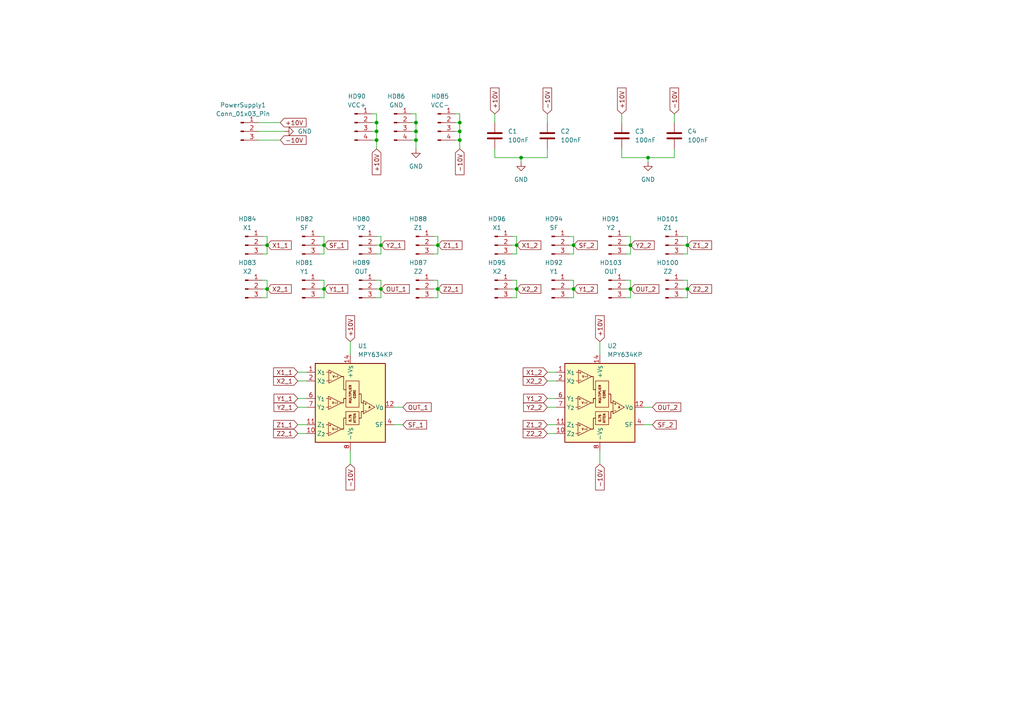
<source format=kicad_sch>
(kicad_sch (version 20230121) (generator eeschema)

  (uuid 1bb2d508-a033-4024-82e8-7fb57f983896)

  (paper "A4")

  (title_block
    (title "Tarjeta para MPY634")
    (rev "1.1")
    (company "FCFM")
  )

  (lib_symbols
    (symbol "Analog:MPY634KP" (in_bom yes) (on_board yes)
      (property "Reference" "U" (at -10.16 13.97 0)
        (effects (font (size 1.27 1.27)) (justify left))
      )
      (property "Value" "MPY634KP" (at 1.27 13.97 0)
        (effects (font (size 1.27 1.27)) (justify left))
      )
      (property "Footprint" "Package_DIP:DIP-14_W7.62mm" (at 0 0 0)
        (effects (font (size 1.27 1.27) italic) hide)
      )
      (property "Datasheet" "http://www.ti.com/lit/ds/symlink/mpy634.pdf" (at 1.27 1.27 0)
        (effects (font (size 1.27 1.27)) hide)
      )
      (property "ki_keywords" "analog multiplier" (at 0 0 0)
        (effects (font (size 1.27 1.27)) hide)
      )
      (property "ki_description" "Wide Bandwidth Precision Analog Multiplier, DIP-14" (at 0 0 0)
        (effects (font (size 1.27 1.27)) hide)
      )
      (property "ki_fp_filters" "DIP*W7.62mm*" (at 0 0 0)
        (effects (font (size 1.27 1.27)) hide)
      )
      (symbol "MPY634KP_0_0"
        (polyline
          (pts
            (xy -1.27 -3.175)
            (xy -1.905 -3.175)
            (xy -1.905 -6.35)
            (xy -2.54 -6.35)
          )
          (stroke (width 0) (type default))
          (fill (type none))
        )
        (polyline
          (pts
            (xy -1.27 -3.175)
            (xy -1.905 -3.175)
            (xy -1.905 -6.35)
            (xy -2.54 -6.35)
          )
          (stroke (width 0) (type default))
          (fill (type none))
        )
        (polyline
          (pts
            (xy -1.27 2.54)
            (xy -1.905 2.54)
            (xy -1.905 1.27)
            (xy -2.54 1.27)
          )
          (stroke (width 0) (type default))
          (fill (type none))
        )
        (polyline
          (pts
            (xy -1.27 2.54)
            (xy -1.905 2.54)
            (xy -1.905 1.27)
            (xy -2.54 1.27)
          )
          (stroke (width 0) (type default))
          (fill (type none))
        )
        (polyline
          (pts
            (xy -1.27 5.08)
            (xy -1.905 5.08)
            (xy -1.905 8.89)
            (xy -2.54 8.89)
          )
          (stroke (width 0) (type default))
          (fill (type none))
        )
        (polyline
          (pts
            (xy -1.27 5.08)
            (xy -1.905 5.08)
            (xy -1.905 8.89)
            (xy -2.54 8.89)
          )
          (stroke (width 0) (type default))
          (fill (type none))
        )
        (polyline
          (pts
            (xy 3.81 -1.27)
            (xy 3.175 -1.27)
            (xy 3.175 -3.175)
            (xy 2.54 -3.175)
          )
          (stroke (width 0) (type default))
          (fill (type none))
        )
        (polyline
          (pts
            (xy 3.81 -1.27)
            (xy 3.175 -1.27)
            (xy 3.175 -3.175)
            (xy 2.54 -3.175)
          )
          (stroke (width 0) (type default))
          (fill (type none))
        )
        (polyline
          (pts
            (xy 3.81 1.27)
            (xy 3.175 1.27)
            (xy 3.175 3.81)
            (xy 2.54 3.81)
          )
          (stroke (width 0) (type default))
          (fill (type none))
        )
        (polyline
          (pts
            (xy 3.81 1.27)
            (xy 3.175 1.27)
            (xy 3.175 3.81)
            (xy 2.54 3.81)
          )
          (stroke (width 0) (type default))
          (fill (type none))
        )
        (text "+" (at -5.842 -5.207 0)
          (effects (font (size 0.635 0.635)))
        )
        (text "+" (at -5.842 2.413 0)
          (effects (font (size 0.635 0.635)))
        )
        (text "+" (at -5.715 10.033 0)
          (effects (font (size 0.635 0.635)))
        )
        (text "+" (at 4.445 1.016 0)
          (effects (font (size 0.635 0.635)))
        )
        (text "-" (at -5.842 -7.366 0)
          (effects (font (size 0.635 0.635)))
        )
        (text "-" (at -5.842 0.254 0)
          (effects (font (size 0.635 0.635)))
        )
        (text "-" (at -5.715 7.874 0)
          (effects (font (size 0.635 0.635)))
        )
        (text "-" (at 4.445 -1.016 0)
          (effects (font (size 0.635 0.635)))
        )
        (text "A" (at 5.588 0 0)
          (effects (font (size 0.635 0.635)))
        )
        (text "V-I" (at -4.445 -6.35 0)
          (effects (font (size 0.635 0.635)))
        )
        (text "V-I" (at -4.445 1.27 0)
          (effects (font (size 0.635 0.635)))
        )
        (text "V-I" (at -4.318 8.89 0)
          (effects (font (size 0.635 0.635)))
        )
      )
      (symbol "MPY634KP_0_1"
        (rectangle (start -10.16 12.7) (end 10.16 -10.16)
          (stroke (width 0.254) (type default))
          (fill (type background))
        )
        (rectangle (start -1.27 -1.27) (end 2.54 -5.08)
          (stroke (width 0) (type default))
          (fill (type none))
        )
        (rectangle (start -1.27 7.62) (end 2.54 0)
          (stroke (width 0) (type default))
          (fill (type none))
        )
        (polyline
          (pts
            (xy -6.985 -7.62)
            (xy -6.35 -7.62)
          )
          (stroke (width 0) (type default))
          (fill (type none))
        )
        (polyline
          (pts
            (xy -6.985 -5.08)
            (xy -6.35 -5.08)
          )
          (stroke (width 0) (type default))
          (fill (type none))
        )
        (polyline
          (pts
            (xy -6.985 0)
            (xy -6.35 0)
          )
          (stroke (width 0) (type default))
          (fill (type none))
        )
        (polyline
          (pts
            (xy -6.985 2.54)
            (xy -6.35 2.54)
          )
          (stroke (width 0) (type default))
          (fill (type none))
        )
        (polyline
          (pts
            (xy -6.858 7.62)
            (xy -6.223 7.62)
          )
          (stroke (width 0) (type default))
          (fill (type none))
        )
        (polyline
          (pts
            (xy -6.858 10.16)
            (xy -6.223 10.16)
          )
          (stroke (width 0) (type default))
          (fill (type none))
        )
        (polyline
          (pts
            (xy -6.35 -4.445)
            (xy -6.35 -8.255)
            (xy -2.54 -6.35)
            (xy -6.35 -4.445)
          )
          (stroke (width 0) (type default))
          (fill (type none))
        )
        (polyline
          (pts
            (xy -6.35 3.175)
            (xy -6.35 -0.635)
            (xy -2.54 1.27)
            (xy -6.35 3.175)
          )
          (stroke (width 0) (type default))
          (fill (type none))
        )
        (polyline
          (pts
            (xy -6.223 10.795)
            (xy -6.223 6.985)
            (xy -2.413 8.89)
            (xy -6.223 10.795)
          )
          (stroke (width 0) (type default))
          (fill (type none))
        )
        (polyline
          (pts
            (xy 3.81 1.905)
            (xy 3.81 -1.905)
            (xy 7.112 0)
            (xy 3.81 1.905)
          )
          (stroke (width 0) (type default))
          (fill (type none))
        )
      )
      (symbol "MPY634KP_1_0"
        (text "0.75" (at 0 -3.175 900)
          (effects (font (size 0.635 0.635)))
        )
        (text "ATTEN" (at 1.27 -3.175 900)
          (effects (font (size 0.635 0.635)))
        )
        (text "CORE" (at 1.27 3.81 900)
          (effects (font (size 0.635 0.635)))
        )
        (text "MULTIPLIER" (at 0 3.81 900)
          (effects (font (size 0.635 0.635)))
        )
      )
      (symbol "MPY634KP_1_1"
        (pin input line (at -12.7 10.16 0) (length 2.54)
          (name "X_{1}" (effects (font (size 1.27 1.27))))
          (number "1" (effects (font (size 1.27 1.27))))
        )
        (pin input line (at -12.7 -7.62 0) (length 2.54)
          (name "Z_{2}" (effects (font (size 1.27 1.27))))
          (number "10" (effects (font (size 1.27 1.27))))
        )
        (pin input line (at -12.7 -5.08 0) (length 2.54)
          (name "Z_{1}" (effects (font (size 1.27 1.27))))
          (number "11" (effects (font (size 1.27 1.27))))
        )
        (pin output line (at 12.7 0 180) (length 2.54)
          (name "V_{O}" (effects (font (size 1.27 1.27))))
          (number "12" (effects (font (size 1.27 1.27))))
        )
        (pin no_connect line (at 10.16 2.54 180) (length 2.54) hide
          (name "NC" (effects (font (size 1.27 1.27))))
          (number "13" (effects (font (size 1.27 1.27))))
        )
        (pin power_in line (at 0 15.24 270) (length 2.54)
          (name "+V_{S}" (effects (font (size 1.27 1.27))))
          (number "14" (effects (font (size 1.27 1.27))))
        )
        (pin input line (at -12.7 7.62 0) (length 2.54)
          (name "X_{2}" (effects (font (size 1.27 1.27))))
          (number "2" (effects (font (size 1.27 1.27))))
        )
        (pin no_connect line (at 10.16 10.16 180) (length 2.54) hide
          (name "NC" (effects (font (size 1.27 1.27))))
          (number "3" (effects (font (size 1.27 1.27))))
        )
        (pin passive line (at 12.7 -5.08 180) (length 2.54)
          (name "SF" (effects (font (size 1.27 1.27))))
          (number "4" (effects (font (size 1.27 1.27))))
        )
        (pin no_connect line (at 10.16 7.62 180) (length 2.54) hide
          (name "NC" (effects (font (size 1.27 1.27))))
          (number "5" (effects (font (size 1.27 1.27))))
        )
        (pin input line (at -12.7 2.54 0) (length 2.54)
          (name "Y_{1}" (effects (font (size 1.27 1.27))))
          (number "6" (effects (font (size 1.27 1.27))))
        )
        (pin input line (at -12.7 0 0) (length 2.54)
          (name "Y_{2}" (effects (font (size 1.27 1.27))))
          (number "7" (effects (font (size 1.27 1.27))))
        )
        (pin power_in line (at 0 -12.7 90) (length 2.54)
          (name "-V_{S}" (effects (font (size 1.27 1.27))))
          (number "8" (effects (font (size 1.27 1.27))))
        )
        (pin no_connect line (at 10.16 5.08 180) (length 2.54) hide
          (name "NC" (effects (font (size 1.27 1.27))))
          (number "9" (effects (font (size 1.27 1.27))))
        )
      )
    )
    (symbol "Connector:Conn_01x03_Pin" (pin_names (offset 1.016) hide) (in_bom yes) (on_board yes)
      (property "Reference" "J" (at 0 5.08 0)
        (effects (font (size 1.27 1.27)))
      )
      (property "Value" "Conn_01x03_Pin" (at 0 -5.08 0)
        (effects (font (size 1.27 1.27)))
      )
      (property "Footprint" "" (at 0 0 0)
        (effects (font (size 1.27 1.27)) hide)
      )
      (property "Datasheet" "~" (at 0 0 0)
        (effects (font (size 1.27 1.27)) hide)
      )
      (property "ki_locked" "" (at 0 0 0)
        (effects (font (size 1.27 1.27)))
      )
      (property "ki_keywords" "connector" (at 0 0 0)
        (effects (font (size 1.27 1.27)) hide)
      )
      (property "ki_description" "Generic connector, single row, 01x03, script generated" (at 0 0 0)
        (effects (font (size 1.27 1.27)) hide)
      )
      (property "ki_fp_filters" "Connector*:*_1x??_*" (at 0 0 0)
        (effects (font (size 1.27 1.27)) hide)
      )
      (symbol "Conn_01x03_Pin_1_1"
        (polyline
          (pts
            (xy 1.27 -2.54)
            (xy 0.8636 -2.54)
          )
          (stroke (width 0.1524) (type default))
          (fill (type none))
        )
        (polyline
          (pts
            (xy 1.27 0)
            (xy 0.8636 0)
          )
          (stroke (width 0.1524) (type default))
          (fill (type none))
        )
        (polyline
          (pts
            (xy 1.27 2.54)
            (xy 0.8636 2.54)
          )
          (stroke (width 0.1524) (type default))
          (fill (type none))
        )
        (rectangle (start 0.8636 -2.413) (end 0 -2.667)
          (stroke (width 0.1524) (type default))
          (fill (type outline))
        )
        (rectangle (start 0.8636 0.127) (end 0 -0.127)
          (stroke (width 0.1524) (type default))
          (fill (type outline))
        )
        (rectangle (start 0.8636 2.667) (end 0 2.413)
          (stroke (width 0.1524) (type default))
          (fill (type outline))
        )
        (pin passive line (at 5.08 2.54 180) (length 3.81)
          (name "Pin_1" (effects (font (size 1.27 1.27))))
          (number "1" (effects (font (size 1.27 1.27))))
        )
        (pin passive line (at 5.08 0 180) (length 3.81)
          (name "Pin_2" (effects (font (size 1.27 1.27))))
          (number "2" (effects (font (size 1.27 1.27))))
        )
        (pin passive line (at 5.08 -2.54 180) (length 3.81)
          (name "Pin_3" (effects (font (size 1.27 1.27))))
          (number "3" (effects (font (size 1.27 1.27))))
        )
      )
    )
    (symbol "Connector:Conn_01x04_Pin" (pin_names (offset 1.016) hide) (in_bom yes) (on_board yes)
      (property "Reference" "J" (at 0 5.08 0)
        (effects (font (size 1.27 1.27)))
      )
      (property "Value" "Conn_01x04_Pin" (at 0 -7.62 0)
        (effects (font (size 1.27 1.27)))
      )
      (property "Footprint" "" (at 0 0 0)
        (effects (font (size 1.27 1.27)) hide)
      )
      (property "Datasheet" "~" (at 0 0 0)
        (effects (font (size 1.27 1.27)) hide)
      )
      (property "ki_locked" "" (at 0 0 0)
        (effects (font (size 1.27 1.27)))
      )
      (property "ki_keywords" "connector" (at 0 0 0)
        (effects (font (size 1.27 1.27)) hide)
      )
      (property "ki_description" "Generic connector, single row, 01x04, script generated" (at 0 0 0)
        (effects (font (size 1.27 1.27)) hide)
      )
      (property "ki_fp_filters" "Connector*:*_1x??_*" (at 0 0 0)
        (effects (font (size 1.27 1.27)) hide)
      )
      (symbol "Conn_01x04_Pin_1_1"
        (polyline
          (pts
            (xy 1.27 -5.08)
            (xy 0.8636 -5.08)
          )
          (stroke (width 0.1524) (type default))
          (fill (type none))
        )
        (polyline
          (pts
            (xy 1.27 -2.54)
            (xy 0.8636 -2.54)
          )
          (stroke (width 0.1524) (type default))
          (fill (type none))
        )
        (polyline
          (pts
            (xy 1.27 0)
            (xy 0.8636 0)
          )
          (stroke (width 0.1524) (type default))
          (fill (type none))
        )
        (polyline
          (pts
            (xy 1.27 2.54)
            (xy 0.8636 2.54)
          )
          (stroke (width 0.1524) (type default))
          (fill (type none))
        )
        (rectangle (start 0.8636 -4.953) (end 0 -5.207)
          (stroke (width 0.1524) (type default))
          (fill (type outline))
        )
        (rectangle (start 0.8636 -2.413) (end 0 -2.667)
          (stroke (width 0.1524) (type default))
          (fill (type outline))
        )
        (rectangle (start 0.8636 0.127) (end 0 -0.127)
          (stroke (width 0.1524) (type default))
          (fill (type outline))
        )
        (rectangle (start 0.8636 2.667) (end 0 2.413)
          (stroke (width 0.1524) (type default))
          (fill (type outline))
        )
        (pin passive line (at 5.08 2.54 180) (length 3.81)
          (name "Pin_1" (effects (font (size 1.27 1.27))))
          (number "1" (effects (font (size 1.27 1.27))))
        )
        (pin passive line (at 5.08 0 180) (length 3.81)
          (name "Pin_2" (effects (font (size 1.27 1.27))))
          (number "2" (effects (font (size 1.27 1.27))))
        )
        (pin passive line (at 5.08 -2.54 180) (length 3.81)
          (name "Pin_3" (effects (font (size 1.27 1.27))))
          (number "3" (effects (font (size 1.27 1.27))))
        )
        (pin passive line (at 5.08 -5.08 180) (length 3.81)
          (name "Pin_4" (effects (font (size 1.27 1.27))))
          (number "4" (effects (font (size 1.27 1.27))))
        )
      )
    )
    (symbol "Device:C" (pin_numbers hide) (pin_names (offset 0.254)) (in_bom yes) (on_board yes)
      (property "Reference" "C" (at 0.635 2.54 0)
        (effects (font (size 1.27 1.27)) (justify left))
      )
      (property "Value" "C" (at 0.635 -2.54 0)
        (effects (font (size 1.27 1.27)) (justify left))
      )
      (property "Footprint" "" (at 0.9652 -3.81 0)
        (effects (font (size 1.27 1.27)) hide)
      )
      (property "Datasheet" "~" (at 0 0 0)
        (effects (font (size 1.27 1.27)) hide)
      )
      (property "ki_keywords" "cap capacitor" (at 0 0 0)
        (effects (font (size 1.27 1.27)) hide)
      )
      (property "ki_description" "Unpolarized capacitor" (at 0 0 0)
        (effects (font (size 1.27 1.27)) hide)
      )
      (property "ki_fp_filters" "C_*" (at 0 0 0)
        (effects (font (size 1.27 1.27)) hide)
      )
      (symbol "C_0_1"
        (polyline
          (pts
            (xy -2.032 -0.762)
            (xy 2.032 -0.762)
          )
          (stroke (width 0.508) (type default))
          (fill (type none))
        )
        (polyline
          (pts
            (xy -2.032 0.762)
            (xy 2.032 0.762)
          )
          (stroke (width 0.508) (type default))
          (fill (type none))
        )
      )
      (symbol "C_1_1"
        (pin passive line (at 0 3.81 270) (length 2.794)
          (name "~" (effects (font (size 1.27 1.27))))
          (number "1" (effects (font (size 1.27 1.27))))
        )
        (pin passive line (at 0 -3.81 90) (length 2.794)
          (name "~" (effects (font (size 1.27 1.27))))
          (number "2" (effects (font (size 1.27 1.27))))
        )
      )
    )
    (symbol "power:GND" (power) (pin_names (offset 0)) (in_bom yes) (on_board yes)
      (property "Reference" "#PWR" (at 0 -6.35 0)
        (effects (font (size 1.27 1.27)) hide)
      )
      (property "Value" "GND" (at 0 -3.81 0)
        (effects (font (size 1.27 1.27)))
      )
      (property "Footprint" "" (at 0 0 0)
        (effects (font (size 1.27 1.27)) hide)
      )
      (property "Datasheet" "" (at 0 0 0)
        (effects (font (size 1.27 1.27)) hide)
      )
      (property "ki_keywords" "global power" (at 0 0 0)
        (effects (font (size 1.27 1.27)) hide)
      )
      (property "ki_description" "Power symbol creates a global label with name \"GND\" , ground" (at 0 0 0)
        (effects (font (size 1.27 1.27)) hide)
      )
      (symbol "GND_0_1"
        (polyline
          (pts
            (xy 0 0)
            (xy 0 -1.27)
            (xy 1.27 -1.27)
            (xy 0 -2.54)
            (xy -1.27 -1.27)
            (xy 0 -1.27)
          )
          (stroke (width 0) (type default))
          (fill (type none))
        )
      )
      (symbol "GND_1_1"
        (pin power_in line (at 0 0 270) (length 0) hide
          (name "GND" (effects (font (size 1.27 1.27))))
          (number "1" (effects (font (size 1.27 1.27))))
        )
      )
    )
  )

  (junction (at 182.88 71.12) (diameter 0) (color 0 0 0 0)
    (uuid 05b2f68d-4232-45ee-ab8b-01ebf3473c90)
  )
  (junction (at 127 83.82) (diameter 0) (color 0 0 0 0)
    (uuid 0791e623-904f-49b1-a57e-27b1920875a9)
  )
  (junction (at 199.39 83.82) (diameter 0) (color 0 0 0 0)
    (uuid 0fde0708-e63e-4555-8916-d240cfd3db02)
  )
  (junction (at 110.49 71.12) (diameter 0) (color 0 0 0 0)
    (uuid 117bdeaa-8149-4311-8f1e-be3644c52096)
  )
  (junction (at 149.86 83.82) (diameter 0) (color 0 0 0 0)
    (uuid 11a629ce-85f4-4e56-a6a3-8b96d995fba9)
  )
  (junction (at 120.65 40.64) (diameter 0) (color 0 0 0 0)
    (uuid 20411677-e663-41bb-b270-6f697f3765a7)
  )
  (junction (at 133.35 35.56) (diameter 0) (color 0 0 0 0)
    (uuid 29297efa-6b01-4b36-ae3c-843f366263d1)
  )
  (junction (at 133.35 40.64) (diameter 0) (color 0 0 0 0)
    (uuid 2b999125-c939-4323-8265-bd34f205f267)
  )
  (junction (at 182.88 83.82) (diameter 0) (color 0 0 0 0)
    (uuid 34a9b3c1-dc1e-4cbd-b98e-fcd56926f522)
  )
  (junction (at 109.22 38.1) (diameter 0) (color 0 0 0 0)
    (uuid 4fd09973-f83e-45ca-939a-d781d33dad67)
  )
  (junction (at 110.49 83.82) (diameter 0) (color 0 0 0 0)
    (uuid 5497ff9f-8c86-4d6e-9006-3312ed4c81e2)
  )
  (junction (at 109.22 40.64) (diameter 0) (color 0 0 0 0)
    (uuid 56c047e5-35ab-4350-b810-7f4b513b28af)
  )
  (junction (at 127 71.12) (diameter 0) (color 0 0 0 0)
    (uuid 73c8ce6a-6950-40ea-b815-083049b0b0ff)
  )
  (junction (at 109.22 35.56) (diameter 0) (color 0 0 0 0)
    (uuid 74b41092-ae1d-44f9-9624-672663f93f4e)
  )
  (junction (at 151.13 45.72) (diameter 0) (color 0 0 0 0)
    (uuid 75962574-d876-479e-921d-d0c8b7647d3e)
  )
  (junction (at 187.96 45.72) (diameter 0) (color 0 0 0 0)
    (uuid 7d2c975a-515d-404e-8767-8c3ba8308fa5)
  )
  (junction (at 93.98 83.82) (diameter 0) (color 0 0 0 0)
    (uuid 85125111-d7f1-414c-8c4c-d5cd9d2720ed)
  )
  (junction (at 120.65 35.56) (diameter 0) (color 0 0 0 0)
    (uuid 8cbb0208-5965-48dd-bd11-834e4a251590)
  )
  (junction (at 133.35 38.1) (diameter 0) (color 0 0 0 0)
    (uuid 8db06b63-514a-4cd9-bcaf-8e868b8f2cd4)
  )
  (junction (at 166.37 71.12) (diameter 0) (color 0 0 0 0)
    (uuid 8f940e96-b040-47f0-a369-43ad7bbdd36a)
  )
  (junction (at 199.39 71.12) (diameter 0) (color 0 0 0 0)
    (uuid 9b1f8671-0b6a-4edb-b935-9808d8fab4dc)
  )
  (junction (at 77.47 83.82) (diameter 0) (color 0 0 0 0)
    (uuid b5838f1e-64d0-4e2b-a6a6-ea3c6923ce37)
  )
  (junction (at 149.86 71.12) (diameter 0) (color 0 0 0 0)
    (uuid bd83dec4-cd03-432e-b6cb-6235688780ad)
  )
  (junction (at 120.65 38.1) (diameter 0) (color 0 0 0 0)
    (uuid c83ba40d-36a1-4379-8da0-5f48c52854cf)
  )
  (junction (at 77.47 71.12) (diameter 0) (color 0 0 0 0)
    (uuid e041583f-b419-4bce-b68f-7ae80be753bd)
  )
  (junction (at 93.98 71.12) (diameter 0) (color 0 0 0 0)
    (uuid e8c818c3-8e09-4b7c-836a-0ca2d37af3d9)
  )
  (junction (at 166.37 83.82) (diameter 0) (color 0 0 0 0)
    (uuid f72862b4-b5c8-4b8c-820d-3bcae27142b2)
  )

  (wire (pts (xy 133.35 38.1) (xy 133.35 35.56))
    (stroke (width 0) (type default))
    (uuid 00c4eb1d-bfe7-43d9-8056-c1c10598c5ad)
  )
  (wire (pts (xy 165.1 73.66) (xy 166.37 73.66))
    (stroke (width 0) (type default))
    (uuid 01388b9d-48e2-4972-8999-9e8b87baa641)
  )
  (wire (pts (xy 181.61 71.12) (xy 182.88 71.12))
    (stroke (width 0) (type default))
    (uuid 02cc7e96-5e0e-487f-90b1-612d48395ae6)
  )
  (wire (pts (xy 132.08 40.64) (xy 133.35 40.64))
    (stroke (width 0) (type default))
    (uuid 04d70124-2f05-4b17-92ec-3552f8533af9)
  )
  (wire (pts (xy 127 81.28) (xy 127 83.82))
    (stroke (width 0) (type default))
    (uuid 06bb3b54-3d65-4705-9919-9f0836922dd6)
  )
  (wire (pts (xy 182.88 71.12) (xy 182.88 73.66))
    (stroke (width 0) (type default))
    (uuid 08562f0d-5818-4ba5-a332-f0b49cc5d7a5)
  )
  (wire (pts (xy 180.34 45.72) (xy 187.96 45.72))
    (stroke (width 0) (type default))
    (uuid 0a563a8e-8c02-493c-9376-5c2ba749cca3)
  )
  (wire (pts (xy 199.39 68.58) (xy 199.39 71.12))
    (stroke (width 0) (type default))
    (uuid 115ca946-d41c-4d22-bd42-8a06c3a1fd91)
  )
  (wire (pts (xy 199.39 83.82) (xy 199.39 86.36))
    (stroke (width 0) (type default))
    (uuid 15006a84-0ad8-473a-ad53-a20fd185e52f)
  )
  (wire (pts (xy 143.51 43.18) (xy 143.51 45.72))
    (stroke (width 0) (type default))
    (uuid 1703afca-2c15-427d-801a-daf347de77d3)
  )
  (wire (pts (xy 148.59 73.66) (xy 149.86 73.66))
    (stroke (width 0) (type default))
    (uuid 1725f24b-952e-44a9-9ee1-053b8a9eef92)
  )
  (wire (pts (xy 180.34 33.02) (xy 180.34 35.56))
    (stroke (width 0) (type default))
    (uuid 17e97d46-bd10-4558-92c9-62966639fcb6)
  )
  (wire (pts (xy 93.98 83.82) (xy 93.98 86.36))
    (stroke (width 0) (type default))
    (uuid 19be453a-b974-457d-8b48-307d85076b60)
  )
  (wire (pts (xy 101.6 130.81) (xy 101.6 134.62))
    (stroke (width 0) (type default))
    (uuid 1a185af5-cfee-4b6d-bf6f-7a7ebaed8d07)
  )
  (wire (pts (xy 92.71 83.82) (xy 93.98 83.82))
    (stroke (width 0) (type default))
    (uuid 1c4e5cc2-f57b-4c67-b85d-0d14dd8ccfe0)
  )
  (wire (pts (xy 109.22 71.12) (xy 110.49 71.12))
    (stroke (width 0) (type default))
    (uuid 1e748f73-e7a5-46b9-b23b-9e6d08eabe79)
  )
  (wire (pts (xy 133.35 33.02) (xy 132.08 33.02))
    (stroke (width 0) (type default))
    (uuid 23e98f5b-601b-4bae-8f6a-e10ce1e9b2d0)
  )
  (wire (pts (xy 149.86 81.28) (xy 149.86 83.82))
    (stroke (width 0) (type default))
    (uuid 242895e7-4664-4b26-ade3-012ecdb0cb2d)
  )
  (wire (pts (xy 93.98 71.12) (xy 93.98 73.66))
    (stroke (width 0) (type default))
    (uuid 25530b25-883f-49d9-84f3-877aaaa6e89c)
  )
  (wire (pts (xy 114.3 118.11) (xy 116.84 118.11))
    (stroke (width 0) (type default))
    (uuid 26f6c6a0-39d3-4dc7-8d6e-458e2d3cd8ea)
  )
  (wire (pts (xy 76.2 68.58) (xy 77.47 68.58))
    (stroke (width 0) (type default))
    (uuid 2a2d4c04-6766-4c51-8859-1ea9abfee957)
  )
  (wire (pts (xy 107.95 35.56) (xy 109.22 35.56))
    (stroke (width 0) (type default))
    (uuid 2aed5f27-b3d0-464a-ba49-dddf1b997924)
  )
  (wire (pts (xy 181.61 81.28) (xy 182.88 81.28))
    (stroke (width 0) (type default))
    (uuid 2bda936b-53e8-4ab8-9ab0-bdf526392d6e)
  )
  (wire (pts (xy 182.88 68.58) (xy 182.88 71.12))
    (stroke (width 0) (type default))
    (uuid 2cb6b12e-50c5-40b6-b545-c65fe3a6bf7a)
  )
  (wire (pts (xy 76.2 73.66) (xy 77.47 73.66))
    (stroke (width 0) (type default))
    (uuid 2d1c896c-b541-4040-bd20-12f4e2f0671f)
  )
  (wire (pts (xy 120.65 33.02) (xy 120.65 35.56))
    (stroke (width 0) (type default))
    (uuid 2d8365ff-bfdb-4bc4-bd10-b0a7d9bd88e6)
  )
  (wire (pts (xy 151.13 45.72) (xy 158.75 45.72))
    (stroke (width 0) (type default))
    (uuid 3035dc92-8d94-4c50-af9e-4b4cd2bcf367)
  )
  (wire (pts (xy 76.2 83.82) (xy 77.47 83.82))
    (stroke (width 0) (type default))
    (uuid 327ebb42-848e-4c71-9b7e-fef64aa301c9)
  )
  (wire (pts (xy 92.71 86.36) (xy 93.98 86.36))
    (stroke (width 0) (type default))
    (uuid 32f94cae-8d68-4548-9c10-c7633a682121)
  )
  (wire (pts (xy 149.86 83.82) (xy 149.86 86.36))
    (stroke (width 0) (type default))
    (uuid 331fe929-2f54-4b2e-9900-3bdde48c1290)
  )
  (wire (pts (xy 182.88 83.82) (xy 182.88 86.36))
    (stroke (width 0) (type default))
    (uuid 33848a98-9ee6-473a-8655-8a9807e9937c)
  )
  (wire (pts (xy 76.2 71.12) (xy 77.47 71.12))
    (stroke (width 0) (type default))
    (uuid 33a36c49-a2b8-476a-84f3-4344ad9e3191)
  )
  (wire (pts (xy 148.59 86.36) (xy 149.86 86.36))
    (stroke (width 0) (type default))
    (uuid 35cf3d7c-7861-427d-b52c-9b1d63fa65ec)
  )
  (wire (pts (xy 110.49 68.58) (xy 110.49 71.12))
    (stroke (width 0) (type default))
    (uuid 3d15df09-104e-48b6-a38a-8387a3c04e29)
  )
  (wire (pts (xy 158.75 118.11) (xy 161.29 118.11))
    (stroke (width 0) (type default))
    (uuid 3eed8182-1db9-4fff-86e3-711b8a13250c)
  )
  (wire (pts (xy 165.1 83.82) (xy 166.37 83.82))
    (stroke (width 0) (type default))
    (uuid 40778d0f-12e6-4a30-881f-e883ca69e189)
  )
  (wire (pts (xy 165.1 81.28) (xy 166.37 81.28))
    (stroke (width 0) (type default))
    (uuid 40ad8263-680e-48d6-a464-ead25dce57af)
  )
  (wire (pts (xy 109.22 81.28) (xy 110.49 81.28))
    (stroke (width 0) (type default))
    (uuid 40ca0388-471a-4ad4-b93d-a29b07a9c8c0)
  )
  (wire (pts (xy 110.49 71.12) (xy 110.49 73.66))
    (stroke (width 0) (type default))
    (uuid 44603047-d0e0-4608-aefb-2be3a4db1776)
  )
  (wire (pts (xy 198.12 73.66) (xy 199.39 73.66))
    (stroke (width 0) (type default))
    (uuid 48ac2989-05e1-4f35-b95e-387f9ae95d28)
  )
  (wire (pts (xy 109.22 40.64) (xy 109.22 38.1))
    (stroke (width 0) (type default))
    (uuid 49b1de56-ff0d-4aeb-8fb3-8100b4ca074c)
  )
  (wire (pts (xy 127 71.12) (xy 127 73.66))
    (stroke (width 0) (type default))
    (uuid 4a1c7d89-cf31-448b-8a59-d37c72ee87a1)
  )
  (wire (pts (xy 198.12 68.58) (xy 199.39 68.58))
    (stroke (width 0) (type default))
    (uuid 4bf10fe7-4706-4318-a47e-d498f57ae9bd)
  )
  (wire (pts (xy 86.36 107.95) (xy 88.9 107.95))
    (stroke (width 0) (type default))
    (uuid 4df3f9b9-250e-4351-bffa-8cba5d22be89)
  )
  (wire (pts (xy 86.36 123.19) (xy 88.9 123.19))
    (stroke (width 0) (type default))
    (uuid 4e194707-460f-4d89-aa44-31fb881f0221)
  )
  (wire (pts (xy 166.37 68.58) (xy 166.37 71.12))
    (stroke (width 0) (type default))
    (uuid 4ed9a280-e807-41c4-b022-71e089a7e36f)
  )
  (wire (pts (xy 198.12 83.82) (xy 199.39 83.82))
    (stroke (width 0) (type default))
    (uuid 4f00bcae-3546-4e9a-978a-bad9266cfae7)
  )
  (wire (pts (xy 165.1 68.58) (xy 166.37 68.58))
    (stroke (width 0) (type default))
    (uuid 4f8a8837-7682-46cf-95f3-857cb6e31354)
  )
  (wire (pts (xy 149.86 71.12) (xy 149.86 73.66))
    (stroke (width 0) (type default))
    (uuid 50092f9d-729a-4fdc-a726-eec98e3dcd79)
  )
  (wire (pts (xy 109.22 86.36) (xy 110.49 86.36))
    (stroke (width 0) (type default))
    (uuid 5267e238-73fa-428d-a548-1a9ba3bb2b62)
  )
  (wire (pts (xy 86.36 110.49) (xy 88.9 110.49))
    (stroke (width 0) (type default))
    (uuid 52c8fd22-1598-4173-8bb0-ae0b62c504b6)
  )
  (wire (pts (xy 125.73 86.36) (xy 127 86.36))
    (stroke (width 0) (type default))
    (uuid 571b29a7-2168-46e7-a8a2-ef1b9ba7f0a8)
  )
  (wire (pts (xy 120.65 35.56) (xy 120.65 38.1))
    (stroke (width 0) (type default))
    (uuid 59f53216-931c-4b5e-835e-3a12cfeef3f9)
  )
  (wire (pts (xy 109.22 68.58) (xy 110.49 68.58))
    (stroke (width 0) (type default))
    (uuid 5bb7b939-47c6-4dc0-aceb-b6fc8d8c3a3f)
  )
  (wire (pts (xy 93.98 81.28) (xy 93.98 83.82))
    (stroke (width 0) (type default))
    (uuid 5c4eba05-90ad-4c4b-ba74-455d08e65f8f)
  )
  (wire (pts (xy 74.93 40.64) (xy 81.28 40.64))
    (stroke (width 0) (type default))
    (uuid 5c75ff1f-57ba-4b8f-9f15-66de472b6ee8)
  )
  (wire (pts (xy 132.08 38.1) (xy 133.35 38.1))
    (stroke (width 0) (type default))
    (uuid 5f16776e-f142-4ff6-9b8d-c1eaf2cf9d58)
  )
  (wire (pts (xy 173.99 99.06) (xy 173.99 102.87))
    (stroke (width 0) (type default))
    (uuid 607b0fdb-a960-4d10-9c6a-3676ddc7bc35)
  )
  (wire (pts (xy 158.75 107.95) (xy 161.29 107.95))
    (stroke (width 0) (type default))
    (uuid 60df7e54-f440-46d2-9da0-2ab423b27ecd)
  )
  (wire (pts (xy 86.36 118.11) (xy 88.9 118.11))
    (stroke (width 0) (type default))
    (uuid 61118825-e3c3-4af8-bec0-bd254938d539)
  )
  (wire (pts (xy 101.6 99.06) (xy 101.6 102.87))
    (stroke (width 0) (type default))
    (uuid 6165c16d-dcfa-4f99-8aab-7666c3a49df8)
  )
  (wire (pts (xy 133.35 35.56) (xy 133.35 33.02))
    (stroke (width 0) (type default))
    (uuid 6af04d41-33c6-4231-b520-a992ffe8991e)
  )
  (wire (pts (xy 109.22 83.82) (xy 110.49 83.82))
    (stroke (width 0) (type default))
    (uuid 6b151174-4b03-46f3-bc19-6a027f79ddd5)
  )
  (wire (pts (xy 107.95 38.1) (xy 109.22 38.1))
    (stroke (width 0) (type default))
    (uuid 71564589-8920-47b9-b04b-688ace1c22ee)
  )
  (wire (pts (xy 181.61 83.82) (xy 182.88 83.82))
    (stroke (width 0) (type default))
    (uuid 7464d9d3-41c9-46bd-8ef0-c93b12b37e45)
  )
  (wire (pts (xy 158.75 110.49) (xy 161.29 110.49))
    (stroke (width 0) (type default))
    (uuid 779568b4-0048-41d6-8ae8-5409890e816c)
  )
  (wire (pts (xy 74.93 35.56) (xy 81.28 35.56))
    (stroke (width 0) (type default))
    (uuid 79cee7b0-529e-49b6-a16a-ab1d0d3c18a3)
  )
  (wire (pts (xy 143.51 33.02) (xy 143.51 35.56))
    (stroke (width 0) (type default))
    (uuid 7e780cfc-ca03-4114-a9f4-f7499225cc75)
  )
  (wire (pts (xy 114.3 123.19) (xy 116.84 123.19))
    (stroke (width 0) (type default))
    (uuid 82646326-20dc-428c-af2c-24f6bfa0c698)
  )
  (wire (pts (xy 182.88 81.28) (xy 182.88 83.82))
    (stroke (width 0) (type default))
    (uuid 865de009-4b35-477f-918a-7491d87a765d)
  )
  (wire (pts (xy 173.99 130.81) (xy 173.99 134.62))
    (stroke (width 0) (type default))
    (uuid 86906689-71ab-4c88-b1d8-057eece577a2)
  )
  (wire (pts (xy 125.73 83.82) (xy 127 83.82))
    (stroke (width 0) (type default))
    (uuid 8714cab1-b57e-4879-b5bb-6301b1f4c61c)
  )
  (wire (pts (xy 195.58 43.18) (xy 195.58 45.72))
    (stroke (width 0) (type default))
    (uuid 88f1b54a-39fc-4a36-badb-8a7499dbbb5d)
  )
  (wire (pts (xy 109.22 40.64) (xy 109.22 43.18))
    (stroke (width 0) (type default))
    (uuid 89978425-e4bf-413d-9c22-b421793fceb8)
  )
  (wire (pts (xy 125.73 81.28) (xy 127 81.28))
    (stroke (width 0) (type default))
    (uuid 8a44e9d8-f91b-4ab3-9c5b-f00c197677d1)
  )
  (wire (pts (xy 86.36 125.73) (xy 88.9 125.73))
    (stroke (width 0) (type default))
    (uuid 8a9b7815-8d36-4bc8-893c-45ff55006710)
  )
  (wire (pts (xy 76.2 81.28) (xy 77.47 81.28))
    (stroke (width 0) (type default))
    (uuid 9340dacf-0cbc-45aa-9ab7-44845fbcd729)
  )
  (wire (pts (xy 77.47 71.12) (xy 77.47 73.66))
    (stroke (width 0) (type default))
    (uuid 94a13756-406a-4830-a793-bc67c09f0b71)
  )
  (wire (pts (xy 151.13 45.72) (xy 151.13 46.99))
    (stroke (width 0) (type default))
    (uuid 95f03ff7-2f1c-4536-9c08-35e8f2f2d784)
  )
  (wire (pts (xy 198.12 86.36) (xy 199.39 86.36))
    (stroke (width 0) (type default))
    (uuid 989b0760-a7ba-4850-8b8f-4a39087a1100)
  )
  (wire (pts (xy 109.22 38.1) (xy 109.22 35.56))
    (stroke (width 0) (type default))
    (uuid 9967db46-b87d-4f39-95e7-22485dc96e5e)
  )
  (wire (pts (xy 166.37 81.28) (xy 166.37 83.82))
    (stroke (width 0) (type default))
    (uuid 9c88a556-2bdd-4096-bdc7-cd77fc6fd0aa)
  )
  (wire (pts (xy 92.71 73.66) (xy 93.98 73.66))
    (stroke (width 0) (type default))
    (uuid 9e219d4f-ca5e-4464-b75b-9778fc453bc5)
  )
  (wire (pts (xy 120.65 40.64) (xy 120.65 43.18))
    (stroke (width 0) (type default))
    (uuid 9e522ebf-afee-40cd-bb93-e274451e71e5)
  )
  (wire (pts (xy 195.58 33.02) (xy 195.58 35.56))
    (stroke (width 0) (type default))
    (uuid 9ff4af88-a599-448a-9946-f0e5c10283fc)
  )
  (wire (pts (xy 199.39 81.28) (xy 199.39 83.82))
    (stroke (width 0) (type default))
    (uuid a1093b9b-c941-40af-90ed-541e4569807a)
  )
  (wire (pts (xy 120.65 38.1) (xy 120.65 40.64))
    (stroke (width 0) (type default))
    (uuid a1d93725-b7ed-47dc-b5f6-f9288fe30ecc)
  )
  (wire (pts (xy 158.75 43.18) (xy 158.75 45.72))
    (stroke (width 0) (type default))
    (uuid a2ca82aa-b658-4832-b3bb-dde84c45a385)
  )
  (wire (pts (xy 148.59 83.82) (xy 149.86 83.82))
    (stroke (width 0) (type default))
    (uuid a433184f-fdb9-4879-aa1b-3b72715d7586)
  )
  (wire (pts (xy 109.22 73.66) (xy 110.49 73.66))
    (stroke (width 0) (type default))
    (uuid a8d8336e-6e87-4ceb-8fc8-c3b200082a7b)
  )
  (wire (pts (xy 158.75 125.73) (xy 161.29 125.73))
    (stroke (width 0) (type default))
    (uuid a918fb48-cc72-4883-8eeb-825fd8e2d690)
  )
  (wire (pts (xy 187.96 45.72) (xy 187.96 46.99))
    (stroke (width 0) (type default))
    (uuid ab575859-5bdf-46f5-9562-899a0f08674b)
  )
  (wire (pts (xy 77.47 81.28) (xy 77.47 83.82))
    (stroke (width 0) (type default))
    (uuid ac768e20-d316-46ea-b69c-b5192b95de4e)
  )
  (wire (pts (xy 166.37 83.82) (xy 166.37 86.36))
    (stroke (width 0) (type default))
    (uuid ae0cf4d5-7b97-4e4e-8705-745620d1039a)
  )
  (wire (pts (xy 92.71 68.58) (xy 93.98 68.58))
    (stroke (width 0) (type default))
    (uuid b2640d18-942b-4b9e-9dbb-47e21c4aae99)
  )
  (wire (pts (xy 107.95 40.64) (xy 109.22 40.64))
    (stroke (width 0) (type default))
    (uuid b2bb7a87-3cbb-4aa0-b21f-dab1d53d0580)
  )
  (wire (pts (xy 127 83.82) (xy 127 86.36))
    (stroke (width 0) (type default))
    (uuid b50bab4d-b51b-4f98-b9f1-8236fc70a29f)
  )
  (wire (pts (xy 132.08 35.56) (xy 133.35 35.56))
    (stroke (width 0) (type default))
    (uuid b5b87c2d-0312-4b2b-a3f7-3cdea59c0484)
  )
  (wire (pts (xy 110.49 81.28) (xy 110.49 83.82))
    (stroke (width 0) (type default))
    (uuid b966d825-dedb-4914-9788-5b17805d8958)
  )
  (wire (pts (xy 181.61 86.36) (xy 182.88 86.36))
    (stroke (width 0) (type default))
    (uuid bc1a04c2-1a38-4500-af91-77f2522537c7)
  )
  (wire (pts (xy 181.61 73.66) (xy 182.88 73.66))
    (stroke (width 0) (type default))
    (uuid bd70e130-1036-412a-8b9d-514bc8c5ac72)
  )
  (wire (pts (xy 198.12 81.28) (xy 199.39 81.28))
    (stroke (width 0) (type default))
    (uuid be36e9fb-0876-4fcd-bf35-14d7ef8512c5)
  )
  (wire (pts (xy 119.38 35.56) (xy 120.65 35.56))
    (stroke (width 0) (type default))
    (uuid c51d4c2d-2ce3-44b5-91d4-70d80a0dcf0e)
  )
  (wire (pts (xy 181.61 68.58) (xy 182.88 68.58))
    (stroke (width 0) (type default))
    (uuid c76ddae3-9653-405b-ab39-618106d39736)
  )
  (wire (pts (xy 143.51 45.72) (xy 151.13 45.72))
    (stroke (width 0) (type default))
    (uuid c7d78bfc-1713-484a-bd0b-fc3b9458df2d)
  )
  (wire (pts (xy 158.75 115.57) (xy 161.29 115.57))
    (stroke (width 0) (type default))
    (uuid c8d85786-fc28-4960-a04f-b440fc88accf)
  )
  (wire (pts (xy 119.38 38.1) (xy 120.65 38.1))
    (stroke (width 0) (type default))
    (uuid c97d1660-eac9-42cd-9d9b-172d00551a2a)
  )
  (wire (pts (xy 125.73 68.58) (xy 127 68.58))
    (stroke (width 0) (type default))
    (uuid caece73c-d0b5-49c5-b91b-95d4c1563ed3)
  )
  (wire (pts (xy 180.34 43.18) (xy 180.34 45.72))
    (stroke (width 0) (type default))
    (uuid cec1c7dc-bea5-4b8a-ad35-097513624559)
  )
  (wire (pts (xy 187.96 45.72) (xy 195.58 45.72))
    (stroke (width 0) (type default))
    (uuid d199d5dd-0544-4b4c-886a-520c1adc6445)
  )
  (wire (pts (xy 199.39 71.12) (xy 199.39 73.66))
    (stroke (width 0) (type default))
    (uuid d36c6eb5-a6e2-405c-9824-24523aaa85aa)
  )
  (wire (pts (xy 86.36 115.57) (xy 88.9 115.57))
    (stroke (width 0) (type default))
    (uuid d506a1ac-58a5-47d4-b2b5-f1521580bec1)
  )
  (wire (pts (xy 77.47 68.58) (xy 77.47 71.12))
    (stroke (width 0) (type default))
    (uuid d613a6b5-0154-4f1e-8094-dd77d997ace0)
  )
  (wire (pts (xy 158.75 33.02) (xy 158.75 35.56))
    (stroke (width 0) (type default))
    (uuid d66f0288-74a2-4e20-8d27-387af4c38568)
  )
  (wire (pts (xy 165.1 86.36) (xy 166.37 86.36))
    (stroke (width 0) (type default))
    (uuid d7f3acec-8770-40d9-88f3-db653a10751a)
  )
  (wire (pts (xy 110.49 83.82) (xy 110.49 86.36))
    (stroke (width 0) (type default))
    (uuid d8b3340a-ef00-4cb1-9e03-5adae4528ef3)
  )
  (wire (pts (xy 133.35 40.64) (xy 133.35 43.18))
    (stroke (width 0) (type default))
    (uuid da6c7f4f-bf5c-4719-9e50-3ee45fc9a2e1)
  )
  (wire (pts (xy 109.22 33.02) (xy 107.95 33.02))
    (stroke (width 0) (type default))
    (uuid db5e1e19-a09a-4e65-9f18-ceb3cde4ebc4)
  )
  (wire (pts (xy 92.71 71.12) (xy 93.98 71.12))
    (stroke (width 0) (type default))
    (uuid df8caf95-5de9-443d-8bae-cb9c4cf2d318)
  )
  (wire (pts (xy 186.69 123.19) (xy 189.23 123.19))
    (stroke (width 0) (type default))
    (uuid dfbde5d9-2b7b-49cc-830c-ae21299f0b03)
  )
  (wire (pts (xy 127 68.58) (xy 127 71.12))
    (stroke (width 0) (type default))
    (uuid e0223b97-e182-4279-9f20-2c804003ebdc)
  )
  (wire (pts (xy 76.2 86.36) (xy 77.47 86.36))
    (stroke (width 0) (type default))
    (uuid e1c58630-94ec-450a-99c6-3480ecf495f6)
  )
  (wire (pts (xy 148.59 71.12) (xy 149.86 71.12))
    (stroke (width 0) (type default))
    (uuid e3106a96-a3fd-482e-9c31-f4029c831131)
  )
  (wire (pts (xy 93.98 68.58) (xy 93.98 71.12))
    (stroke (width 0) (type default))
    (uuid e42a8478-21a9-4d66-a1d7-5938eda40ae4)
  )
  (wire (pts (xy 120.65 40.64) (xy 119.38 40.64))
    (stroke (width 0) (type default))
    (uuid e57d030a-1317-46a5-b15f-98552b240316)
  )
  (wire (pts (xy 92.71 81.28) (xy 93.98 81.28))
    (stroke (width 0) (type default))
    (uuid e5f10268-bf8f-42d1-b46b-9175373f538b)
  )
  (wire (pts (xy 149.86 68.58) (xy 149.86 71.12))
    (stroke (width 0) (type default))
    (uuid eac3e621-c734-45d3-8fc1-82277c950906)
  )
  (wire (pts (xy 125.73 73.66) (xy 127 73.66))
    (stroke (width 0) (type default))
    (uuid ebeedbee-8e64-4c8a-85c2-0e15c4e75c7a)
  )
  (wire (pts (xy 77.47 83.82) (xy 77.47 86.36))
    (stroke (width 0) (type default))
    (uuid ec8e4e44-55ff-44b0-a86a-8a79a01fc45c)
  )
  (wire (pts (xy 165.1 71.12) (xy 166.37 71.12))
    (stroke (width 0) (type default))
    (uuid ec92f026-8c4c-41e6-8fdf-dc8ab758d6dc)
  )
  (wire (pts (xy 148.59 81.28) (xy 149.86 81.28))
    (stroke (width 0) (type default))
    (uuid ecccfa54-14d6-45f1-aadc-15238730df27)
  )
  (wire (pts (xy 186.69 118.11) (xy 189.23 118.11))
    (stroke (width 0) (type default))
    (uuid ef5318c7-7c35-46ec-8e1d-b2ec88dfe13d)
  )
  (wire (pts (xy 109.22 35.56) (xy 109.22 33.02))
    (stroke (width 0) (type default))
    (uuid f5257189-b6da-4967-b2aa-3e47a18c8f11)
  )
  (wire (pts (xy 133.35 40.64) (xy 133.35 38.1))
    (stroke (width 0) (type default))
    (uuid f5fd8e04-6c05-45e4-a12e-ff4c776428d2)
  )
  (wire (pts (xy 148.59 68.58) (xy 149.86 68.58))
    (stroke (width 0) (type default))
    (uuid f643250a-5dfc-44a5-9eb5-05ccca19fc6a)
  )
  (wire (pts (xy 74.93 38.1) (xy 82.55 38.1))
    (stroke (width 0) (type default))
    (uuid f6f26a85-2ed9-4c82-9533-c4b280213631)
  )
  (wire (pts (xy 166.37 71.12) (xy 166.37 73.66))
    (stroke (width 0) (type default))
    (uuid f79513f0-05ea-43ba-b059-b8af4d1f411c)
  )
  (wire (pts (xy 158.75 123.19) (xy 161.29 123.19))
    (stroke (width 0) (type default))
    (uuid f82b9c4b-f6eb-46d4-9ab9-ea770e92fa40)
  )
  (wire (pts (xy 125.73 71.12) (xy 127 71.12))
    (stroke (width 0) (type default))
    (uuid fb657868-e65e-4597-a238-829e5290a40c)
  )
  (wire (pts (xy 119.38 33.02) (xy 120.65 33.02))
    (stroke (width 0) (type default))
    (uuid febd03f1-e6a1-407f-bda0-b51e948574f1)
  )
  (wire (pts (xy 198.12 71.12) (xy 199.39 71.12))
    (stroke (width 0) (type default))
    (uuid feed62d9-0495-4664-bc29-be4fd13c8dea)
  )

  (global_label "-10V" (shape input) (at 133.35 43.18 270) (fields_autoplaced)
    (effects (font (size 1.27 1.27)) (justify right))
    (uuid 05b953f5-4270-4d06-8706-6070b28e9ee8)
    (property "Intersheetrefs" "${INTERSHEET_REFS}" (at 133.35 51.2452 90)
      (effects (font (size 1.27 1.27)) (justify right) hide)
    )
  )
  (global_label "X1_2" (shape input) (at 158.75 107.95 180) (fields_autoplaced)
    (effects (font (size 1.27 1.27)) (justify right))
    (uuid 1061c8ba-596d-45f8-9aaa-48e3d53bc010)
    (property "Intersheetrefs" "${INTERSHEET_REFS}" (at 151.1687 107.95 0)
      (effects (font (size 1.27 1.27)) (justify right) hide)
    )
  )
  (global_label "Y2_1" (shape input) (at 110.49 71.12 0) (fields_autoplaced)
    (effects (font (size 1.27 1.27)) (justify left))
    (uuid 1a8c1441-1db4-4325-a38e-bc2256bee27a)
    (property "Intersheetrefs" "${INTERSHEET_REFS}" (at 117.9504 71.12 0)
      (effects (font (size 1.27 1.27)) (justify left) hide)
    )
  )
  (global_label "OUT_2" (shape input) (at 182.88 83.82 0) (fields_autoplaced)
    (effects (font (size 1.27 1.27)) (justify left))
    (uuid 1b185472-0f82-4d6c-98df-6cb55d3df74c)
    (property "Intersheetrefs" "${INTERSHEET_REFS}" (at 191.6709 83.82 0)
      (effects (font (size 1.27 1.27)) (justify left) hide)
    )
  )
  (global_label "-10V" (shape input) (at 173.99 134.62 270) (fields_autoplaced)
    (effects (font (size 1.27 1.27)) (justify right))
    (uuid 2240a393-4a32-4de7-9c9e-a97db9bb728b)
    (property "Intersheetrefs" "${INTERSHEET_REFS}" (at 173.99 142.6852 90)
      (effects (font (size 1.27 1.27)) (justify right) hide)
    )
  )
  (global_label "Z1_2" (shape input) (at 199.39 71.12 0) (fields_autoplaced)
    (effects (font (size 1.27 1.27)) (justify left))
    (uuid 226d27a3-e318-4c10-9c74-20896deb0001)
    (property "Intersheetrefs" "${INTERSHEET_REFS}" (at 206.9713 71.12 0)
      (effects (font (size 1.27 1.27)) (justify left) hide)
    )
  )
  (global_label "Y2_2" (shape input) (at 158.75 118.11 180) (fields_autoplaced)
    (effects (font (size 1.27 1.27)) (justify right))
    (uuid 26ca31c8-227a-4d25-ae51-b1540f5737d8)
    (property "Intersheetrefs" "${INTERSHEET_REFS}" (at 151.2896 118.11 0)
      (effects (font (size 1.27 1.27)) (justify right) hide)
    )
  )
  (global_label "OUT_1" (shape input) (at 116.84 118.11 0) (fields_autoplaced)
    (effects (font (size 1.27 1.27)) (justify left))
    (uuid 27230b6d-5aa4-4286-bea6-e43fa5354f6e)
    (property "Intersheetrefs" "${INTERSHEET_REFS}" (at 125.6309 118.11 0)
      (effects (font (size 1.27 1.27)) (justify left) hide)
    )
  )
  (global_label "OUT_2" (shape input) (at 189.23 118.11 0) (fields_autoplaced)
    (effects (font (size 1.27 1.27)) (justify left))
    (uuid 276cd361-ed7a-43be-a35d-a61ecfde8954)
    (property "Intersheetrefs" "${INTERSHEET_REFS}" (at 198.0209 118.11 0)
      (effects (font (size 1.27 1.27)) (justify left) hide)
    )
  )
  (global_label "+10V" (shape input) (at 143.51 33.02 90) (fields_autoplaced)
    (effects (font (size 1.27 1.27)) (justify left))
    (uuid 2cf1b886-8e52-4ab0-b8f4-babffe5247d5)
    (property "Intersheetrefs" "${INTERSHEET_REFS}" (at 143.51 24.9548 90)
      (effects (font (size 1.27 1.27)) (justify left) hide)
    )
  )
  (global_label "X2_1" (shape input) (at 77.47 83.82 0) (fields_autoplaced)
    (effects (font (size 1.27 1.27)) (justify left))
    (uuid 332a76c1-c908-4cb6-9438-a44914113f58)
    (property "Intersheetrefs" "${INTERSHEET_REFS}" (at 85.0513 83.82 0)
      (effects (font (size 1.27 1.27)) (justify left) hide)
    )
  )
  (global_label "X2_1" (shape input) (at 86.36 110.49 180) (fields_autoplaced)
    (effects (font (size 1.27 1.27)) (justify right))
    (uuid 3c975ff7-825b-414f-ba97-8bfc624edf12)
    (property "Intersheetrefs" "${INTERSHEET_REFS}" (at 78.7787 110.49 0)
      (effects (font (size 1.27 1.27)) (justify right) hide)
    )
  )
  (global_label "+10V" (shape input) (at 180.34 33.02 90) (fields_autoplaced)
    (effects (font (size 1.27 1.27)) (justify left))
    (uuid 47274ee6-379e-494a-a697-b1539f764864)
    (property "Intersheetrefs" "${INTERSHEET_REFS}" (at 180.34 24.9548 90)
      (effects (font (size 1.27 1.27)) (justify left) hide)
    )
  )
  (global_label "X1_2" (shape input) (at 149.86 71.12 0) (fields_autoplaced)
    (effects (font (size 1.27 1.27)) (justify left))
    (uuid 4be49ece-d959-4cc4-9d75-075fef438d8c)
    (property "Intersheetrefs" "${INTERSHEET_REFS}" (at 157.4413 71.12 0)
      (effects (font (size 1.27 1.27)) (justify left) hide)
    )
  )
  (global_label "Y1_1" (shape input) (at 93.98 83.82 0) (fields_autoplaced)
    (effects (font (size 1.27 1.27)) (justify left))
    (uuid 52945b4f-c8e3-4290-8d74-1ff69d659a13)
    (property "Intersheetrefs" "${INTERSHEET_REFS}" (at 101.4404 83.82 0)
      (effects (font (size 1.27 1.27)) (justify left) hide)
    )
  )
  (global_label "X2_2" (shape input) (at 158.75 110.49 180) (fields_autoplaced)
    (effects (font (size 1.27 1.27)) (justify right))
    (uuid 5bdc22e4-ac1a-4298-8898-c9ea3dde41be)
    (property "Intersheetrefs" "${INTERSHEET_REFS}" (at 151.1687 110.49 0)
      (effects (font (size 1.27 1.27)) (justify right) hide)
    )
  )
  (global_label "X2_2" (shape input) (at 149.86 83.82 0) (fields_autoplaced)
    (effects (font (size 1.27 1.27)) (justify left))
    (uuid 61d254cf-c9fe-4e8a-bba6-fd1ee4788aef)
    (property "Intersheetrefs" "${INTERSHEET_REFS}" (at 157.4413 83.82 0)
      (effects (font (size 1.27 1.27)) (justify left) hide)
    )
  )
  (global_label "+10V" (shape input) (at 173.99 99.06 90) (fields_autoplaced)
    (effects (font (size 1.27 1.27)) (justify left))
    (uuid 66fe9aa0-9622-483b-8182-6ec29c3b3ff2)
    (property "Intersheetrefs" "${INTERSHEET_REFS}" (at 173.99 90.9948 90)
      (effects (font (size 1.27 1.27)) (justify left) hide)
    )
  )
  (global_label "SF_1" (shape input) (at 93.98 71.12 0) (fields_autoplaced)
    (effects (font (size 1.27 1.27)) (justify left))
    (uuid 67fdca92-8ccc-45d2-b086-b3335fc2e843)
    (property "Intersheetrefs" "${INTERSHEET_REFS}" (at 101.4404 71.12 0)
      (effects (font (size 1.27 1.27)) (justify left) hide)
    )
  )
  (global_label "Z1_1" (shape input) (at 127 71.12 0) (fields_autoplaced)
    (effects (font (size 1.27 1.27)) (justify left))
    (uuid 71aac827-2022-4396-a93c-97d6c4e140b6)
    (property "Intersheetrefs" "${INTERSHEET_REFS}" (at 134.5813 71.12 0)
      (effects (font (size 1.27 1.27)) (justify left) hide)
    )
  )
  (global_label "OUT_1" (shape input) (at 110.49 83.82 0) (fields_autoplaced)
    (effects (font (size 1.27 1.27)) (justify left))
    (uuid 7efcd13f-508e-4881-9fbb-e25dfa04d321)
    (property "Intersheetrefs" "${INTERSHEET_REFS}" (at 119.2809 83.82 0)
      (effects (font (size 1.27 1.27)) (justify left) hide)
    )
  )
  (global_label "+10V" (shape input) (at 81.28 35.56 0) (fields_autoplaced)
    (effects (font (size 1.27 1.27)) (justify left))
    (uuid 844f1df2-5d26-44d1-9a00-5fc57ee94a5c)
    (property "Intersheetrefs" "${INTERSHEET_REFS}" (at 89.3452 35.56 0)
      (effects (font (size 1.27 1.27)) (justify left) hide)
    )
  )
  (global_label "Z2_2" (shape input) (at 158.75 125.73 180) (fields_autoplaced)
    (effects (font (size 1.27 1.27)) (justify right))
    (uuid 86df8227-cd60-4251-9023-76d8f088da5b)
    (property "Intersheetrefs" "${INTERSHEET_REFS}" (at 151.1687 125.73 0)
      (effects (font (size 1.27 1.27)) (justify right) hide)
    )
  )
  (global_label "-10V" (shape input) (at 195.58 33.02 90) (fields_autoplaced)
    (effects (font (size 1.27 1.27)) (justify left))
    (uuid 8bcbadd8-b551-443d-824c-1ede11b5cdb4)
    (property "Intersheetrefs" "${INTERSHEET_REFS}" (at 195.58 24.9548 90)
      (effects (font (size 1.27 1.27)) (justify left) hide)
    )
  )
  (global_label "SF_2" (shape input) (at 189.23 123.19 0) (fields_autoplaced)
    (effects (font (size 1.27 1.27)) (justify left))
    (uuid 9cc83b32-8705-4108-ade9-4d6467f18c69)
    (property "Intersheetrefs" "${INTERSHEET_REFS}" (at 196.6904 123.19 0)
      (effects (font (size 1.27 1.27)) (justify left) hide)
    )
  )
  (global_label "X1_1" (shape input) (at 86.36 107.95 180) (fields_autoplaced)
    (effects (font (size 1.27 1.27)) (justify right))
    (uuid 9e1433a7-a5d7-462f-bb14-2cb6bd4ba69a)
    (property "Intersheetrefs" "${INTERSHEET_REFS}" (at 78.7787 107.95 0)
      (effects (font (size 1.27 1.27)) (justify right) hide)
    )
  )
  (global_label "SF_2" (shape input) (at 166.37 71.12 0) (fields_autoplaced)
    (effects (font (size 1.27 1.27)) (justify left))
    (uuid a34a639d-feb1-44d7-9885-06ef606b62d8)
    (property "Intersheetrefs" "${INTERSHEET_REFS}" (at 173.8304 71.12 0)
      (effects (font (size 1.27 1.27)) (justify left) hide)
    )
  )
  (global_label "-10V" (shape input) (at 81.28 40.64 0) (fields_autoplaced)
    (effects (font (size 1.27 1.27)) (justify left))
    (uuid a4a6e56c-b36b-475e-86e2-3b9680515c05)
    (property "Intersheetrefs" "${INTERSHEET_REFS}" (at 89.3452 40.64 0)
      (effects (font (size 1.27 1.27)) (justify left) hide)
    )
  )
  (global_label "-10V" (shape input) (at 101.6 134.62 270) (fields_autoplaced)
    (effects (font (size 1.27 1.27)) (justify right))
    (uuid a4c3d4c3-4db4-433e-ae6f-9cb273552dfa)
    (property "Intersheetrefs" "${INTERSHEET_REFS}" (at 101.6 142.6852 90)
      (effects (font (size 1.27 1.27)) (justify right) hide)
    )
  )
  (global_label "X1_1" (shape input) (at 77.47 71.12 0) (fields_autoplaced)
    (effects (font (size 1.27 1.27)) (justify left))
    (uuid a5810435-35e1-4b53-9dfb-3b1f8d67693b)
    (property "Intersheetrefs" "${INTERSHEET_REFS}" (at 85.0513 71.12 0)
      (effects (font (size 1.27 1.27)) (justify left) hide)
    )
  )
  (global_label "Y1_1" (shape input) (at 86.36 115.57 180) (fields_autoplaced)
    (effects (font (size 1.27 1.27)) (justify right))
    (uuid a62d2b74-65f8-4234-9788-3166bccd962b)
    (property "Intersheetrefs" "${INTERSHEET_REFS}" (at 78.8996 115.57 0)
      (effects (font (size 1.27 1.27)) (justify right) hide)
    )
  )
  (global_label "Z1_1" (shape input) (at 86.36 123.19 180) (fields_autoplaced)
    (effects (font (size 1.27 1.27)) (justify right))
    (uuid a78d5785-3d7e-4d82-a7b2-0d0d633b2753)
    (property "Intersheetrefs" "${INTERSHEET_REFS}" (at 78.7787 123.19 0)
      (effects (font (size 1.27 1.27)) (justify right) hide)
    )
  )
  (global_label "Y2_1" (shape input) (at 86.36 118.11 180) (fields_autoplaced)
    (effects (font (size 1.27 1.27)) (justify right))
    (uuid b5211c64-fe37-4b66-bea2-c413009ebce2)
    (property "Intersheetrefs" "${INTERSHEET_REFS}" (at 78.8996 118.11 0)
      (effects (font (size 1.27 1.27)) (justify right) hide)
    )
  )
  (global_label "Z2_2" (shape input) (at 199.39 83.82 0) (fields_autoplaced)
    (effects (font (size 1.27 1.27)) (justify left))
    (uuid b5de1cb8-0260-454b-bdf7-a20c8a1f86d2)
    (property "Intersheetrefs" "${INTERSHEET_REFS}" (at 206.9713 83.82 0)
      (effects (font (size 1.27 1.27)) (justify left) hide)
    )
  )
  (global_label "Z2_1" (shape input) (at 86.36 125.73 180) (fields_autoplaced)
    (effects (font (size 1.27 1.27)) (justify right))
    (uuid b8a1b385-60fe-40b9-9085-6b940098fd1b)
    (property "Intersheetrefs" "${INTERSHEET_REFS}" (at 78.7787 125.73 0)
      (effects (font (size 1.27 1.27)) (justify right) hide)
    )
  )
  (global_label "SF_1" (shape input) (at 116.84 123.19 0) (fields_autoplaced)
    (effects (font (size 1.27 1.27)) (justify left))
    (uuid be72009b-d26d-470f-a104-2afa8b03b8dd)
    (property "Intersheetrefs" "${INTERSHEET_REFS}" (at 124.3004 123.19 0)
      (effects (font (size 1.27 1.27)) (justify left) hide)
    )
  )
  (global_label "Y1_2" (shape input) (at 166.37 83.82 0) (fields_autoplaced)
    (effects (font (size 1.27 1.27)) (justify left))
    (uuid c4fcb280-4d7c-4375-a9da-9e17cf8261b1)
    (property "Intersheetrefs" "${INTERSHEET_REFS}" (at 173.8304 83.82 0)
      (effects (font (size 1.27 1.27)) (justify left) hide)
    )
  )
  (global_label "+10V" (shape input) (at 109.22 43.18 270) (fields_autoplaced)
    (effects (font (size 1.27 1.27)) (justify right))
    (uuid d3211ce1-9115-4a84-a3fa-dab202dd5230)
    (property "Intersheetrefs" "${INTERSHEET_REFS}" (at 109.22 51.2452 90)
      (effects (font (size 1.27 1.27)) (justify right) hide)
    )
  )
  (global_label "-10V" (shape input) (at 158.75 33.02 90) (fields_autoplaced)
    (effects (font (size 1.27 1.27)) (justify left))
    (uuid d7ca3381-061a-49ec-ab73-c2f65779dd90)
    (property "Intersheetrefs" "${INTERSHEET_REFS}" (at 158.75 24.9548 90)
      (effects (font (size 1.27 1.27)) (justify left) hide)
    )
  )
  (global_label "Y2_2" (shape input) (at 182.88 71.12 0) (fields_autoplaced)
    (effects (font (size 1.27 1.27)) (justify left))
    (uuid ddbb6372-53ab-4880-bc4f-8c611d6606f6)
    (property "Intersheetrefs" "${INTERSHEET_REFS}" (at 190.3404 71.12 0)
      (effects (font (size 1.27 1.27)) (justify left) hide)
    )
  )
  (global_label "Z1_2" (shape input) (at 158.75 123.19 180) (fields_autoplaced)
    (effects (font (size 1.27 1.27)) (justify right))
    (uuid e1079c91-068d-4088-bf88-7ac8e41c7596)
    (property "Intersheetrefs" "${INTERSHEET_REFS}" (at 151.1687 123.19 0)
      (effects (font (size 1.27 1.27)) (justify right) hide)
    )
  )
  (global_label "+10V" (shape input) (at 101.6 99.06 90) (fields_autoplaced)
    (effects (font (size 1.27 1.27)) (justify left))
    (uuid e93ee855-3e6b-4145-be8e-2d51726c9824)
    (property "Intersheetrefs" "${INTERSHEET_REFS}" (at 101.6 90.9948 90)
      (effects (font (size 1.27 1.27)) (justify left) hide)
    )
  )
  (global_label "Z2_1" (shape input) (at 127 83.82 0) (fields_autoplaced)
    (effects (font (size 1.27 1.27)) (justify left))
    (uuid e9bd0ac9-03ae-49b0-b77a-d8a4c041d520)
    (property "Intersheetrefs" "${INTERSHEET_REFS}" (at 134.5813 83.82 0)
      (effects (font (size 1.27 1.27)) (justify left) hide)
    )
  )
  (global_label "Y1_2" (shape input) (at 158.75 115.57 180) (fields_autoplaced)
    (effects (font (size 1.27 1.27)) (justify right))
    (uuid ea1ac304-5309-472a-80f1-09eeff6441a7)
    (property "Intersheetrefs" "${INTERSHEET_REFS}" (at 151.2896 115.57 0)
      (effects (font (size 1.27 1.27)) (justify right) hide)
    )
  )

  (symbol (lib_id "Connector:Conn_01x03_Pin") (at 193.04 83.82 0) (unit 1)
    (in_bom yes) (on_board yes) (dnp no) (fields_autoplaced)
    (uuid 16fcf421-67aa-41a3-941a-45375cfc7c99)
    (property "Reference" "HD100" (at 193.675 76.2 0)
      (effects (font (size 1.27 1.27)))
    )
    (property "Value" "Z2" (at 193.675 78.74 0)
      (effects (font (size 1.27 1.27)))
    )
    (property "Footprint" "UNITELECTRONICS_NDRS:Header 1x03P1.27MM" (at 193.04 83.82 0)
      (effects (font (size 1.27 1.27)) hide)
    )
    (property "Datasheet" "~" (at 193.04 83.82 0)
      (effects (font (size 1.27 1.27)) hide)
    )
    (pin "3" (uuid b845feff-3cde-4ce1-8df2-e35af40a6236))
    (pin "2" (uuid f5194659-7134-44fd-a0d4-959bcbfbe936))
    (pin "1" (uuid cca7816c-0e00-4d73-8a5e-dc91dd1bea3c))
    (instances
      (project "multiplicador"
        (path "/1bb2d508-a033-4024-82e8-7fb57f983896"
          (reference "HD100") (unit 1)
        )
      )
    )
  )

  (symbol (lib_id "Connector:Conn_01x03_Pin") (at 71.12 71.12 0) (unit 1)
    (in_bom yes) (on_board yes) (dnp no) (fields_autoplaced)
    (uuid 1c4e8805-8527-4873-98ea-8e7b0510abb1)
    (property "Reference" "HD84" (at 71.755 63.5 0)
      (effects (font (size 1.27 1.27)))
    )
    (property "Value" "X1" (at 71.755 66.04 0)
      (effects (font (size 1.27 1.27)))
    )
    (property "Footprint" "UNITELECTRONICS_NDRS:Header 1x03P1.27MM" (at 71.12 71.12 0)
      (effects (font (size 1.27 1.27)) hide)
    )
    (property "Datasheet" "~" (at 71.12 71.12 0)
      (effects (font (size 1.27 1.27)) hide)
    )
    (pin "3" (uuid a8fcebcf-bce5-4b74-be22-da67e1e56107))
    (pin "2" (uuid 150edded-b1e2-4f55-a2ac-bd39f8075c43))
    (pin "1" (uuid c57b9c48-06b5-457c-9c75-0491a5289d51))
    (instances
      (project "multiplicador"
        (path "/1bb2d508-a033-4024-82e8-7fb57f983896"
          (reference "HD84") (unit 1)
        )
      )
    )
  )

  (symbol (lib_id "Connector:Conn_01x04_Pin") (at 102.87 35.56 0) (unit 1)
    (in_bom yes) (on_board yes) (dnp no)
    (uuid 24e1a5e0-9a27-4775-b46a-34af72da7402)
    (property "Reference" "HD90" (at 103.505 27.94 0)
      (effects (font (size 1.27 1.27)))
    )
    (property "Value" "VCC+" (at 103.505 30.48 0)
      (effects (font (size 1.27 1.27)))
    )
    (property "Footprint" "UNITELECTRONICS_NDRS:Header 1x04P1.27MM" (at 102.87 35.56 0)
      (effects (font (size 1.27 1.27)) hide)
    )
    (property "Datasheet" "~" (at 102.87 35.56 0)
      (effects (font (size 1.27 1.27)) hide)
    )
    (pin "4" (uuid fb70b927-28fb-482f-ad28-6c50884c784e))
    (pin "1" (uuid c175f370-f3ef-4f6a-b89a-f1aa6bc3dbf9))
    (pin "2" (uuid 8c7fe3df-6553-42f3-bb80-23ee6c80a71d))
    (pin "3" (uuid 7157954a-8091-42ba-b011-a16a6b2b5e96))
    (instances
      (project "multiplicador"
        (path "/1bb2d508-a033-4024-82e8-7fb57f983896"
          (reference "HD90") (unit 1)
        )
      )
    )
  )

  (symbol (lib_id "Analog:MPY634KP") (at 173.99 118.11 0) (unit 1)
    (in_bom yes) (on_board yes) (dnp no) (fields_autoplaced)
    (uuid 2600eeb1-ec27-4edf-b155-88269218bca8)
    (property "Reference" "U2" (at 176.1841 100.33 0)
      (effects (font (size 1.27 1.27)) (justify left))
    )
    (property "Value" "MPY634KP" (at 176.1841 102.87 0)
      (effects (font (size 1.27 1.27)) (justify left))
    )
    (property "Footprint" "Package_DIP:DIP-14_W7.62mm" (at 173.99 118.11 0)
      (effects (font (size 1.27 1.27) italic) hide)
    )
    (property "Datasheet" "http://www.ti.com/lit/ds/symlink/mpy634.pdf" (at 175.26 116.84 0)
      (effects (font (size 1.27 1.27)) hide)
    )
    (pin "7" (uuid d1538bbf-be51-4d7d-8b99-32708fb0303a))
    (pin "12" (uuid c02a901e-7734-45f0-9dac-8375c9d93ca2))
    (pin "4" (uuid 6c0febbb-2ee6-4b60-8b7f-977a86da635d))
    (pin "11" (uuid 5fcd4373-948e-481c-9c30-c8b0b4eb6f27))
    (pin "8" (uuid 35232411-618f-4a2b-ae28-1abdc42d4ada))
    (pin "9" (uuid b952bd04-a52c-4afb-9330-bfa6a1a86ad8))
    (pin "10" (uuid 88c88a3d-c5cd-450d-b896-7b10d85338e2))
    (pin "3" (uuid bc9b2dbb-af4f-4f06-9377-a1b0de9caf4a))
    (pin "5" (uuid bc4860bd-c670-4ab9-9c99-0e09832ddf31))
    (pin "14" (uuid 97616143-89eb-4453-a14c-853cf184a61c))
    (pin "2" (uuid eda48e0c-39e8-4c6c-94b3-4e56a13f43ac))
    (pin "13" (uuid 2eb9948d-25d1-4044-bc42-f6500833ca00))
    (pin "6" (uuid b6da5efa-acb8-4261-800c-a00c26d3ae51))
    (pin "1" (uuid 242f212c-c369-47d3-b98f-dff300839484))
    (instances
      (project "multiplicador"
        (path "/1bb2d508-a033-4024-82e8-7fb57f983896"
          (reference "U2") (unit 1)
        )
      )
    )
  )

  (symbol (lib_id "power:GND") (at 187.96 46.99 0) (unit 1)
    (in_bom yes) (on_board yes) (dnp no) (fields_autoplaced)
    (uuid 39cdb9e5-50eb-4397-8b72-794a8902b829)
    (property "Reference" "#PWR05" (at 187.96 53.34 0)
      (effects (font (size 1.27 1.27)) hide)
    )
    (property "Value" "GND" (at 187.96 52.07 0)
      (effects (font (size 1.27 1.27)))
    )
    (property "Footprint" "" (at 187.96 46.99 0)
      (effects (font (size 1.27 1.27)) hide)
    )
    (property "Datasheet" "" (at 187.96 46.99 0)
      (effects (font (size 1.27 1.27)) hide)
    )
    (pin "1" (uuid 750a58f1-3720-4b05-9d42-00e281957b97))
    (instances
      (project "multiplicador"
        (path "/1bb2d508-a033-4024-82e8-7fb57f983896"
          (reference "#PWR05") (unit 1)
        )
      )
    )
  )

  (symbol (lib_id "power:GND") (at 82.55 38.1 90) (unit 1)
    (in_bom yes) (on_board yes) (dnp no) (fields_autoplaced)
    (uuid 3d445a36-b6d3-400f-9894-e5839ba9337e)
    (property "Reference" "#PWR03" (at 88.9 38.1 0)
      (effects (font (size 1.27 1.27)) hide)
    )
    (property "Value" "GND" (at 86.36 38.1 90)
      (effects (font (size 1.27 1.27)) (justify right))
    )
    (property "Footprint" "" (at 82.55 38.1 0)
      (effects (font (size 1.27 1.27)) hide)
    )
    (property "Datasheet" "" (at 82.55 38.1 0)
      (effects (font (size 1.27 1.27)) hide)
    )
    (pin "1" (uuid d918060f-f170-4b77-9ad1-ae7b62a34aab))
    (instances
      (project "multiplicador"
        (path "/1bb2d508-a033-4024-82e8-7fb57f983896"
          (reference "#PWR03") (unit 1)
        )
      )
    )
  )

  (symbol (lib_id "Connector:Conn_01x03_Pin") (at 176.53 83.82 0) (unit 1)
    (in_bom yes) (on_board yes) (dnp no) (fields_autoplaced)
    (uuid 3f409a58-34a7-4f35-b687-ac2ca98ecdb6)
    (property "Reference" "HD103" (at 177.165 76.2 0)
      (effects (font (size 1.27 1.27)))
    )
    (property "Value" "OUT" (at 177.165 78.74 0)
      (effects (font (size 1.27 1.27)))
    )
    (property "Footprint" "UNITELECTRONICS_NDRS:Header 1x03P1.27MM" (at 176.53 83.82 0)
      (effects (font (size 1.27 1.27)) hide)
    )
    (property "Datasheet" "~" (at 176.53 83.82 0)
      (effects (font (size 1.27 1.27)) hide)
    )
    (pin "3" (uuid 1c55a639-aad4-40d9-9e18-af3cb6e239bb))
    (pin "2" (uuid 8c30432d-8fcb-4e35-bd21-7ead1972b625))
    (pin "1" (uuid 43963b25-de66-4bf0-8bdd-eaf28624f2bd))
    (instances
      (project "multiplicador"
        (path "/1bb2d508-a033-4024-82e8-7fb57f983896"
          (reference "HD103") (unit 1)
        )
      )
    )
  )

  (symbol (lib_id "Device:C") (at 195.58 39.37 0) (unit 1)
    (in_bom yes) (on_board yes) (dnp no) (fields_autoplaced)
    (uuid 50b833e2-cf4e-4880-9f55-e69444bcf907)
    (property "Reference" "C4" (at 199.39 38.1 0)
      (effects (font (size 1.27 1.27)) (justify left))
    )
    (property "Value" "100nF" (at 199.39 40.64 0)
      (effects (font (size 1.27 1.27)) (justify left))
    )
    (property "Footprint" "Capacitor_SMD:C_1206_3216Metric" (at 196.5452 43.18 0)
      (effects (font (size 1.27 1.27)) hide)
    )
    (property "Datasheet" "~" (at 195.58 39.37 0)
      (effects (font (size 1.27 1.27)) hide)
    )
    (pin "2" (uuid 186f957f-a38a-40af-9fac-92befb12928e))
    (pin "1" (uuid 21478065-62eb-4087-b5ae-adf6a0449684))
    (instances
      (project "multiplicador"
        (path "/1bb2d508-a033-4024-82e8-7fb57f983896"
          (reference "C4") (unit 1)
        )
      )
    )
  )

  (symbol (lib_id "Connector:Conn_01x03_Pin") (at 160.02 71.12 0) (unit 1)
    (in_bom yes) (on_board yes) (dnp no) (fields_autoplaced)
    (uuid 54eeada8-316e-4488-b011-bbdbf48958ce)
    (property "Reference" "HD94" (at 160.655 63.5 0)
      (effects (font (size 1.27 1.27)))
    )
    (property "Value" "SF" (at 160.655 66.04 0)
      (effects (font (size 1.27 1.27)))
    )
    (property "Footprint" "UNITELECTRONICS_NDRS:Header 1x03P1.27MM" (at 160.02 71.12 0)
      (effects (font (size 1.27 1.27)) hide)
    )
    (property "Datasheet" "~" (at 160.02 71.12 0)
      (effects (font (size 1.27 1.27)) hide)
    )
    (pin "3" (uuid 994b8adb-a91d-4ada-9b0b-b3176c34a7e2))
    (pin "2" (uuid a8ff0641-576a-48ac-90a3-55fd84d1efa8))
    (pin "1" (uuid 464c983c-26fa-44f6-8859-57ee2e1986b5))
    (instances
      (project "multiplicador"
        (path "/1bb2d508-a033-4024-82e8-7fb57f983896"
          (reference "HD94") (unit 1)
        )
      )
    )
  )

  (symbol (lib_id "Connector:Conn_01x03_Pin") (at 87.63 83.82 0) (unit 1)
    (in_bom yes) (on_board yes) (dnp no) (fields_autoplaced)
    (uuid 57168527-49c1-4e93-82a0-e79e32dda883)
    (property "Reference" "HD81" (at 88.265 76.2 0)
      (effects (font (size 1.27 1.27)))
    )
    (property "Value" "Y1" (at 88.265 78.74 0)
      (effects (font (size 1.27 1.27)))
    )
    (property "Footprint" "UNITELECTRONICS_NDRS:Header 1x03P1.27MM" (at 87.63 83.82 0)
      (effects (font (size 1.27 1.27)) hide)
    )
    (property "Datasheet" "~" (at 87.63 83.82 0)
      (effects (font (size 1.27 1.27)) hide)
    )
    (pin "3" (uuid 11af98f5-3a0e-4aa8-b2f2-ba30ad84386f))
    (pin "2" (uuid 6734eee6-4903-4c0d-a6a8-87be97c21d99))
    (pin "1" (uuid d0cc8f38-60af-4bdc-aa4f-8384a4ca49c4))
    (instances
      (project "multiplicador"
        (path "/1bb2d508-a033-4024-82e8-7fb57f983896"
          (reference "HD81") (unit 1)
        )
      )
    )
  )

  (symbol (lib_id "Connector:Conn_01x03_Pin") (at 143.51 71.12 0) (unit 1)
    (in_bom yes) (on_board yes) (dnp no) (fields_autoplaced)
    (uuid 5b67f8ef-ad43-4344-ab42-f73f4fcd3ea2)
    (property "Reference" "HD96" (at 144.145 63.5 0)
      (effects (font (size 1.27 1.27)))
    )
    (property "Value" "X1" (at 144.145 66.04 0)
      (effects (font (size 1.27 1.27)))
    )
    (property "Footprint" "UNITELECTRONICS_NDRS:Header 1x03P1.27MM" (at 143.51 71.12 0)
      (effects (font (size 1.27 1.27)) hide)
    )
    (property "Datasheet" "~" (at 143.51 71.12 0)
      (effects (font (size 1.27 1.27)) hide)
    )
    (pin "3" (uuid 88f23f4d-746e-4b5d-bc71-7cca73abedbd))
    (pin "2" (uuid a5044870-bf43-4251-a941-735ce70c1a5d))
    (pin "1" (uuid 6e1815ad-a8b3-4c79-a1e6-4bc936a224a8))
    (instances
      (project "multiplicador"
        (path "/1bb2d508-a033-4024-82e8-7fb57f983896"
          (reference "HD96") (unit 1)
        )
      )
    )
  )

  (symbol (lib_id "Device:C") (at 143.51 39.37 0) (unit 1)
    (in_bom yes) (on_board yes) (dnp no) (fields_autoplaced)
    (uuid 6dbb692d-1d13-4a5f-abed-ff3deee4f663)
    (property "Reference" "C1" (at 147.32 38.1 0)
      (effects (font (size 1.27 1.27)) (justify left))
    )
    (property "Value" "100nF" (at 147.32 40.64 0)
      (effects (font (size 1.27 1.27)) (justify left))
    )
    (property "Footprint" "Capacitor_SMD:C_1206_3216Metric" (at 144.4752 43.18 0)
      (effects (font (size 1.27 1.27)) hide)
    )
    (property "Datasheet" "~" (at 143.51 39.37 0)
      (effects (font (size 1.27 1.27)) hide)
    )
    (pin "2" (uuid 774e38c0-a73d-4cdc-8b13-b1f9fa81549d))
    (pin "1" (uuid 4534d0ca-ab4f-4c6b-a3ce-24fcab1ecb16))
    (instances
      (project "multiplicador"
        (path "/1bb2d508-a033-4024-82e8-7fb57f983896"
          (reference "C1") (unit 1)
        )
      )
    )
  )

  (symbol (lib_id "Connector:Conn_01x03_Pin") (at 69.85 38.1 0) (unit 1)
    (in_bom yes) (on_board yes) (dnp no) (fields_autoplaced)
    (uuid 727ad1c2-5153-4357-babe-02b3edbcdebf)
    (property "Reference" "PowerSupply1" (at 70.485 30.48 0)
      (effects (font (size 1.27 1.27)))
    )
    (property "Value" "Conn_01x03_Pin" (at 70.485 33.02 0)
      (effects (font (size 1.27 1.27)))
    )
    (property "Footprint" "UNITELECTRONICS_NDRS:KF301 _3_P5MM" (at 69.85 38.1 0)
      (effects (font (size 1.27 1.27)) hide)
    )
    (property "Datasheet" "~" (at 69.85 38.1 0)
      (effects (font (size 1.27 1.27)) hide)
    )
    (pin "3" (uuid d0d5b054-c325-40ae-b5b4-ec24220455b9))
    (pin "2" (uuid 9cafccf2-ea17-493f-880b-c420fdb8fc68))
    (pin "1" (uuid 4d7735ba-111b-426b-ae43-252f8b100a52))
    (instances
      (project "multiplicador"
        (path "/1bb2d508-a033-4024-82e8-7fb57f983896"
          (reference "PowerSupply1") (unit 1)
        )
      )
    )
  )

  (symbol (lib_id "Connector:Conn_01x03_Pin") (at 120.65 71.12 0) (unit 1)
    (in_bom yes) (on_board yes) (dnp no) (fields_autoplaced)
    (uuid 754213d0-f1d7-4d6b-91b7-461b2dce1b4d)
    (property "Reference" "HD88" (at 121.285 63.5 0)
      (effects (font (size 1.27 1.27)))
    )
    (property "Value" "Z1" (at 121.285 66.04 0)
      (effects (font (size 1.27 1.27)))
    )
    (property "Footprint" "UNITELECTRONICS_NDRS:Header 1x03P1.27MM" (at 120.65 71.12 0)
      (effects (font (size 1.27 1.27)) hide)
    )
    (property "Datasheet" "~" (at 120.65 71.12 0)
      (effects (font (size 1.27 1.27)) hide)
    )
    (pin "3" (uuid 511c937a-5615-4ecb-b331-100b6bb0da10))
    (pin "2" (uuid 953a5bcb-828f-4652-8a7b-9cf1072b4e64))
    (pin "1" (uuid 6bfc6f99-9f97-4c4a-ae32-ba0dbc124014))
    (instances
      (project "multiplicador"
        (path "/1bb2d508-a033-4024-82e8-7fb57f983896"
          (reference "HD88") (unit 1)
        )
      )
    )
  )

  (symbol (lib_id "Connector:Conn_01x03_Pin") (at 143.51 83.82 0) (unit 1)
    (in_bom yes) (on_board yes) (dnp no) (fields_autoplaced)
    (uuid 778d40c4-c252-409a-ad96-fda0300a8b31)
    (property "Reference" "HD95" (at 144.145 76.2 0)
      (effects (font (size 1.27 1.27)))
    )
    (property "Value" "X2" (at 144.145 78.74 0)
      (effects (font (size 1.27 1.27)))
    )
    (property "Footprint" "UNITELECTRONICS_NDRS:Header 1x03P1.27MM" (at 143.51 83.82 0)
      (effects (font (size 1.27 1.27)) hide)
    )
    (property "Datasheet" "~" (at 143.51 83.82 0)
      (effects (font (size 1.27 1.27)) hide)
    )
    (pin "3" (uuid 6ebc81ce-96bd-4282-84ac-7f8ef331e799))
    (pin "2" (uuid c2ba57a1-b388-4a1e-b486-754fc1882d2f))
    (pin "1" (uuid d3ec91b3-b047-485f-9c51-e07f887f1429))
    (instances
      (project "multiplicador"
        (path "/1bb2d508-a033-4024-82e8-7fb57f983896"
          (reference "HD95") (unit 1)
        )
      )
    )
  )

  (symbol (lib_id "Connector:Conn_01x03_Pin") (at 120.65 83.82 0) (unit 1)
    (in_bom yes) (on_board yes) (dnp no) (fields_autoplaced)
    (uuid 7c23589f-a6ae-49bb-9bbe-44f5f9f63b03)
    (property "Reference" "HD87" (at 121.285 76.2 0)
      (effects (font (size 1.27 1.27)))
    )
    (property "Value" "Z2" (at 121.285 78.74 0)
      (effects (font (size 1.27 1.27)))
    )
    (property "Footprint" "UNITELECTRONICS_NDRS:Header 1x03P1.27MM" (at 120.65 83.82 0)
      (effects (font (size 1.27 1.27)) hide)
    )
    (property "Datasheet" "~" (at 120.65 83.82 0)
      (effects (font (size 1.27 1.27)) hide)
    )
    (pin "3" (uuid ab5a7fc2-6786-40b2-99cd-229549162e1b))
    (pin "2" (uuid e5be4688-b753-42ae-9037-6a92c9d7ba32))
    (pin "1" (uuid e2838f8a-1ff2-47c0-a53d-0507156237b0))
    (instances
      (project "multiplicador"
        (path "/1bb2d508-a033-4024-82e8-7fb57f983896"
          (reference "HD87") (unit 1)
        )
      )
    )
  )

  (symbol (lib_id "Connector:Conn_01x03_Pin") (at 71.12 83.82 0) (unit 1)
    (in_bom yes) (on_board yes) (dnp no) (fields_autoplaced)
    (uuid 86cc83ac-4072-4867-8493-40d1267ef9b6)
    (property "Reference" "HD83" (at 71.755 76.2 0)
      (effects (font (size 1.27 1.27)))
    )
    (property "Value" "X2" (at 71.755 78.74 0)
      (effects (font (size 1.27 1.27)))
    )
    (property "Footprint" "UNITELECTRONICS_NDRS:Header 1x03P1.27MM" (at 71.12 83.82 0)
      (effects (font (size 1.27 1.27)) hide)
    )
    (property "Datasheet" "~" (at 71.12 83.82 0)
      (effects (font (size 1.27 1.27)) hide)
    )
    (pin "3" (uuid c72c5d3b-509d-44e4-9405-28c10184102e))
    (pin "2" (uuid 9c237a02-8570-4ebd-9681-57e363e12759))
    (pin "1" (uuid 9dff485f-463b-4179-954c-052cf7d35ace))
    (instances
      (project "multiplicador"
        (path "/1bb2d508-a033-4024-82e8-7fb57f983896"
          (reference "HD83") (unit 1)
        )
      )
    )
  )

  (symbol (lib_id "power:GND") (at 120.65 43.18 0) (unit 1)
    (in_bom yes) (on_board yes) (dnp no) (fields_autoplaced)
    (uuid 9f96fcc0-5ffd-4155-98f5-afc34c27a0db)
    (property "Reference" "#PWR01" (at 120.65 49.53 0)
      (effects (font (size 1.27 1.27)) hide)
    )
    (property "Value" "GND" (at 120.65 48.26 0)
      (effects (font (size 1.27 1.27)))
    )
    (property "Footprint" "" (at 120.65 43.18 0)
      (effects (font (size 1.27 1.27)) hide)
    )
    (property "Datasheet" "" (at 120.65 43.18 0)
      (effects (font (size 1.27 1.27)) hide)
    )
    (pin "1" (uuid 35037265-e84e-4b31-a294-10c5af5b7008))
    (instances
      (project "multiplicador"
        (path "/1bb2d508-a033-4024-82e8-7fb57f983896"
          (reference "#PWR01") (unit 1)
        )
      )
    )
  )

  (symbol (lib_id "Connector:Conn_01x03_Pin") (at 104.14 71.12 0) (unit 1)
    (in_bom yes) (on_board yes) (dnp no) (fields_autoplaced)
    (uuid a19e8a57-d6ca-4cd1-aba8-bb1db7e88767)
    (property "Reference" "HD80" (at 104.775 63.5 0)
      (effects (font (size 1.27 1.27)))
    )
    (property "Value" "Y2" (at 104.775 66.04 0)
      (effects (font (size 1.27 1.27)))
    )
    (property "Footprint" "UNITELECTRONICS_NDRS:Header 1x03P1.27MM" (at 104.14 71.12 0)
      (effects (font (size 1.27 1.27)) hide)
    )
    (property "Datasheet" "~" (at 104.14 71.12 0)
      (effects (font (size 1.27 1.27)) hide)
    )
    (pin "3" (uuid ce27465b-3b7f-43c2-bc0a-a8ac36426621))
    (pin "2" (uuid 97e981a4-0c20-445e-b049-931cc73be401))
    (pin "1" (uuid 0a22947a-b0b1-458a-8779-12e4f26899c2))
    (instances
      (project "multiplicador"
        (path "/1bb2d508-a033-4024-82e8-7fb57f983896"
          (reference "HD80") (unit 1)
        )
      )
    )
  )

  (symbol (lib_id "Device:C") (at 180.34 39.37 0) (unit 1)
    (in_bom yes) (on_board yes) (dnp no) (fields_autoplaced)
    (uuid a20ea074-af47-4c0d-8649-c7f3cad971fd)
    (property "Reference" "C3" (at 184.15 38.1 0)
      (effects (font (size 1.27 1.27)) (justify left))
    )
    (property "Value" "100nF" (at 184.15 40.64 0)
      (effects (font (size 1.27 1.27)) (justify left))
    )
    (property "Footprint" "Capacitor_SMD:C_1206_3216Metric" (at 181.3052 43.18 0)
      (effects (font (size 1.27 1.27)) hide)
    )
    (property "Datasheet" "~" (at 180.34 39.37 0)
      (effects (font (size 1.27 1.27)) hide)
    )
    (pin "2" (uuid ccc58092-b46e-4915-9e6b-ddacee7efda7))
    (pin "1" (uuid 9c55c69d-c3fa-4a13-a9a9-883901111d82))
    (instances
      (project "multiplicador"
        (path "/1bb2d508-a033-4024-82e8-7fb57f983896"
          (reference "C3") (unit 1)
        )
      )
    )
  )

  (symbol (lib_id "Connector:Conn_01x03_Pin") (at 193.04 71.12 0) (unit 1)
    (in_bom yes) (on_board yes) (dnp no) (fields_autoplaced)
    (uuid a46dc003-e1a1-46f6-b53d-e4cab51dd444)
    (property "Reference" "HD101" (at 193.675 63.5 0)
      (effects (font (size 1.27 1.27)))
    )
    (property "Value" "Z1" (at 193.675 66.04 0)
      (effects (font (size 1.27 1.27)))
    )
    (property "Footprint" "UNITELECTRONICS_NDRS:Header 1x03P1.27MM" (at 193.04 71.12 0)
      (effects (font (size 1.27 1.27)) hide)
    )
    (property "Datasheet" "~" (at 193.04 71.12 0)
      (effects (font (size 1.27 1.27)) hide)
    )
    (pin "3" (uuid 8ca11884-d967-4916-9aa9-d6efb7810549))
    (pin "2" (uuid 37082940-469d-4499-ab9c-e1ded0a985b1))
    (pin "1" (uuid 3b1940e2-1e56-48cf-a811-181e4206bb2c))
    (instances
      (project "multiplicador"
        (path "/1bb2d508-a033-4024-82e8-7fb57f983896"
          (reference "HD101") (unit 1)
        )
      )
    )
  )

  (symbol (lib_id "Connector:Conn_01x04_Pin") (at 127 35.56 0) (unit 1)
    (in_bom yes) (on_board yes) (dnp no)
    (uuid a79f373e-46f0-453e-bd1e-d8425935b7d1)
    (property "Reference" "HD85" (at 127.635 27.94 0)
      (effects (font (size 1.27 1.27)))
    )
    (property "Value" "VCC-" (at 127.635 30.48 0)
      (effects (font (size 1.27 1.27)))
    )
    (property "Footprint" "UNITELECTRONICS_NDRS:Header 1x04P1.27MM" (at 127 35.56 0)
      (effects (font (size 1.27 1.27)) hide)
    )
    (property "Datasheet" "~" (at 127 35.56 0)
      (effects (font (size 1.27 1.27)) hide)
    )
    (pin "4" (uuid c198c5a2-f3cf-4c01-a7c9-bd7af5d1723a))
    (pin "1" (uuid 610ae7a5-c51a-47d9-81ea-07fa6018c311))
    (pin "2" (uuid 50c5761e-8264-4dc6-902e-4ec3b7c65ada))
    (pin "3" (uuid cd928dd5-cb83-488f-918a-165cad53efd8))
    (instances
      (project "multiplicador"
        (path "/1bb2d508-a033-4024-82e8-7fb57f983896"
          (reference "HD85") (unit 1)
        )
      )
    )
  )

  (symbol (lib_id "power:GND") (at 151.13 46.99 0) (unit 1)
    (in_bom yes) (on_board yes) (dnp no) (fields_autoplaced)
    (uuid ac743f41-ad35-4812-abad-d64cda10cb7b)
    (property "Reference" "#PWR02" (at 151.13 53.34 0)
      (effects (font (size 1.27 1.27)) hide)
    )
    (property "Value" "GND" (at 151.13 52.07 0)
      (effects (font (size 1.27 1.27)))
    )
    (property "Footprint" "" (at 151.13 46.99 0)
      (effects (font (size 1.27 1.27)) hide)
    )
    (property "Datasheet" "" (at 151.13 46.99 0)
      (effects (font (size 1.27 1.27)) hide)
    )
    (pin "1" (uuid af88579b-6441-41b9-b487-e6eb1eb04727))
    (instances
      (project "multiplicador"
        (path "/1bb2d508-a033-4024-82e8-7fb57f983896"
          (reference "#PWR02") (unit 1)
        )
      )
    )
  )

  (symbol (lib_id "Connector:Conn_01x03_Pin") (at 87.63 71.12 0) (unit 1)
    (in_bom yes) (on_board yes) (dnp no) (fields_autoplaced)
    (uuid b218410e-f198-4a06-87ff-a9af2ced9571)
    (property "Reference" "HD82" (at 88.265 63.5 0)
      (effects (font (size 1.27 1.27)))
    )
    (property "Value" "SF" (at 88.265 66.04 0)
      (effects (font (size 1.27 1.27)))
    )
    (property "Footprint" "UNITELECTRONICS_NDRS:Header 1x03P1.27MM" (at 87.63 71.12 0)
      (effects (font (size 1.27 1.27)) hide)
    )
    (property "Datasheet" "~" (at 87.63 71.12 0)
      (effects (font (size 1.27 1.27)) hide)
    )
    (pin "3" (uuid 094e1638-80f8-4ffc-9070-7d94371834f6))
    (pin "2" (uuid aca2e0c5-aa1b-48e9-83cd-78befad19137))
    (pin "1" (uuid 3aa3464c-5a71-43d2-b410-08f43cbf448f))
    (instances
      (project "multiplicador"
        (path "/1bb2d508-a033-4024-82e8-7fb57f983896"
          (reference "HD82") (unit 1)
        )
      )
    )
  )

  (symbol (lib_id "Connector:Conn_01x03_Pin") (at 176.53 71.12 0) (unit 1)
    (in_bom yes) (on_board yes) (dnp no) (fields_autoplaced)
    (uuid bac65377-7570-4bb5-9494-b4d0e83f8c2a)
    (property "Reference" "HD91" (at 177.165 63.5 0)
      (effects (font (size 1.27 1.27)))
    )
    (property "Value" "Y2" (at 177.165 66.04 0)
      (effects (font (size 1.27 1.27)))
    )
    (property "Footprint" "UNITELECTRONICS_NDRS:Header 1x03P1.27MM" (at 176.53 71.12 0)
      (effects (font (size 1.27 1.27)) hide)
    )
    (property "Datasheet" "~" (at 176.53 71.12 0)
      (effects (font (size 1.27 1.27)) hide)
    )
    (pin "3" (uuid 907c5e91-5e57-4239-bc2a-d87db813bc26))
    (pin "2" (uuid 24e0e28d-c9d9-4f45-b6ba-8f73f490c653))
    (pin "1" (uuid 7da7687b-4f5d-4974-bb99-926026207c95))
    (instances
      (project "multiplicador"
        (path "/1bb2d508-a033-4024-82e8-7fb57f983896"
          (reference "HD91") (unit 1)
        )
      )
    )
  )

  (symbol (lib_id "Connector:Conn_01x03_Pin") (at 104.14 83.82 0) (unit 1)
    (in_bom yes) (on_board yes) (dnp no) (fields_autoplaced)
    (uuid c22acb63-b40d-4cc2-b9db-baf208e802e1)
    (property "Reference" "HD89" (at 104.775 76.2 0)
      (effects (font (size 1.27 1.27)))
    )
    (property "Value" "OUT" (at 104.775 78.74 0)
      (effects (font (size 1.27 1.27)))
    )
    (property "Footprint" "UNITELECTRONICS_NDRS:Header 1x03P1.27MM" (at 104.14 83.82 0)
      (effects (font (size 1.27 1.27)) hide)
    )
    (property "Datasheet" "~" (at 104.14 83.82 0)
      (effects (font (size 1.27 1.27)) hide)
    )
    (pin "3" (uuid fde27f81-e64b-4d80-b214-2fd672319acb))
    (pin "2" (uuid 0db96a85-06eb-45a9-923f-0aeb27e4c64e))
    (pin "1" (uuid b0ef4d0a-ab4d-4f6d-b784-d29d0f630703))
    (instances
      (project "multiplicador"
        (path "/1bb2d508-a033-4024-82e8-7fb57f983896"
          (reference "HD89") (unit 1)
        )
      )
    )
  )

  (symbol (lib_id "Device:C") (at 158.75 39.37 0) (unit 1)
    (in_bom yes) (on_board yes) (dnp no) (fields_autoplaced)
    (uuid ceafa1ab-8964-43cf-a8ab-c5f50ae8a1a5)
    (property "Reference" "C2" (at 162.56 38.1 0)
      (effects (font (size 1.27 1.27)) (justify left))
    )
    (property "Value" "100nF" (at 162.56 40.64 0)
      (effects (font (size 1.27 1.27)) (justify left))
    )
    (property "Footprint" "Capacitor_SMD:C_1206_3216Metric" (at 159.7152 43.18 0)
      (effects (font (size 1.27 1.27)) hide)
    )
    (property "Datasheet" "~" (at 158.75 39.37 0)
      (effects (font (size 1.27 1.27)) hide)
    )
    (pin "2" (uuid 13f17dbe-ea3e-4e36-9ff7-10dbfd47d638))
    (pin "1" (uuid d8d8ab91-e7dc-4edf-ba55-0665e44d1a35))
    (instances
      (project "multiplicador"
        (path "/1bb2d508-a033-4024-82e8-7fb57f983896"
          (reference "C2") (unit 1)
        )
      )
    )
  )

  (symbol (lib_id "Connector:Conn_01x03_Pin") (at 160.02 83.82 0) (unit 1)
    (in_bom yes) (on_board yes) (dnp no) (fields_autoplaced)
    (uuid d57a5e3e-0e27-4d56-ae7a-16e8a0cd6c08)
    (property "Reference" "HD92" (at 160.655 76.2 0)
      (effects (font (size 1.27 1.27)))
    )
    (property "Value" "Y1" (at 160.655 78.74 0)
      (effects (font (size 1.27 1.27)))
    )
    (property "Footprint" "UNITELECTRONICS_NDRS:Header 1x03P1.27MM" (at 160.02 83.82 0)
      (effects (font (size 1.27 1.27)) hide)
    )
    (property "Datasheet" "~" (at 160.02 83.82 0)
      (effects (font (size 1.27 1.27)) hide)
    )
    (pin "3" (uuid 388609a3-3b84-4fdb-9037-acdab5473c62))
    (pin "2" (uuid a6e1367c-cc4d-4c50-a257-451a0ad7a203))
    (pin "1" (uuid 9ab88502-6373-4036-bdd6-853d939cac3b))
    (instances
      (project "multiplicador"
        (path "/1bb2d508-a033-4024-82e8-7fb57f983896"
          (reference "HD92") (unit 1)
        )
      )
    )
  )

  (symbol (lib_id "Analog:MPY634KP") (at 101.6 118.11 0) (unit 1)
    (in_bom yes) (on_board yes) (dnp no) (fields_autoplaced)
    (uuid d8cc15fe-abad-443b-b60a-4f640f0fdabb)
    (property "Reference" "U1" (at 103.7941 100.33 0)
      (effects (font (size 1.27 1.27)) (justify left))
    )
    (property "Value" "MPY634KP" (at 103.7941 102.87 0)
      (effects (font (size 1.27 1.27)) (justify left))
    )
    (property "Footprint" "Package_DIP:DIP-14_W7.62mm" (at 101.6 118.11 0)
      (effects (font (size 1.27 1.27) italic) hide)
    )
    (property "Datasheet" "http://www.ti.com/lit/ds/symlink/mpy634.pdf" (at 102.87 116.84 0)
      (effects (font (size 1.27 1.27)) hide)
    )
    (pin "7" (uuid 18329225-7ad3-4270-a703-6c0aaf0e5a85))
    (pin "12" (uuid de7e424d-6920-4289-85b5-11077bb4b6cd))
    (pin "4" (uuid 50f6466f-644f-48d8-85fa-d8edb0f103b1))
    (pin "11" (uuid 3e0d57bf-ff77-4b65-998e-ea67402a62ce))
    (pin "8" (uuid 0d111cbd-47ef-477f-89e3-a99862d43e14))
    (pin "9" (uuid 2d2f54bb-7923-45cd-a76b-02b634bc2c65))
    (pin "10" (uuid 97c696bc-d9c7-4848-9e51-d2be2e98d0f6))
    (pin "3" (uuid 2bec3d31-eff3-457e-a5d3-a7d05ad532f1))
    (pin "5" (uuid 4db3a0c6-919f-4581-9f67-d5d23131b67a))
    (pin "14" (uuid d2663dd5-a540-4f29-aaf5-de62db29d1e8))
    (pin "2" (uuid 6d400ab4-9a7d-4ee5-9a7b-e73e96f96980))
    (pin "13" (uuid af0d6dcb-3584-48f1-8488-2eacd522eb50))
    (pin "6" (uuid 7e23bd7d-c001-4b4b-b149-e3fbf5ef0423))
    (pin "1" (uuid adffed59-bcc1-4879-aa6f-a2d3fb20a455))
    (instances
      (project "multiplicador"
        (path "/1bb2d508-a033-4024-82e8-7fb57f983896"
          (reference "U1") (unit 1)
        )
      )
    )
  )

  (symbol (lib_id "Connector:Conn_01x04_Pin") (at 114.3 35.56 0) (unit 1)
    (in_bom yes) (on_board yes) (dnp no) (fields_autoplaced)
    (uuid e10ef448-5e21-4338-a7c0-236c1ca2ef3e)
    (property "Reference" "HD86" (at 114.935 27.94 0)
      (effects (font (size 1.27 1.27)))
    )
    (property "Value" "GND" (at 114.935 30.48 0)
      (effects (font (size 1.27 1.27)))
    )
    (property "Footprint" "UNITELECTRONICS_NDRS:Header 1x04P1.27MM" (at 114.3 35.56 0)
      (effects (font (size 1.27 1.27)) hide)
    )
    (property "Datasheet" "~" (at 114.3 35.56 0)
      (effects (font (size 1.27 1.27)) hide)
    )
    (pin "4" (uuid 8ee3575b-f64c-4117-9132-f372217ebd35))
    (pin "1" (uuid f865f426-af13-47f4-bf12-4a6ff6db124f))
    (pin "2" (uuid bca20fe9-cd25-4a52-9f35-f7ec5938758d))
    (pin "3" (uuid fb07039b-8382-4995-9bc3-ab87ebafc557))
    (instances
      (project "multiplicador"
        (path "/1bb2d508-a033-4024-82e8-7fb57f983896"
          (reference "HD86") (unit 1)
        )
      )
    )
  )

  (sheet_instances
    (path "/" (page "1"))
  )
)

</source>
